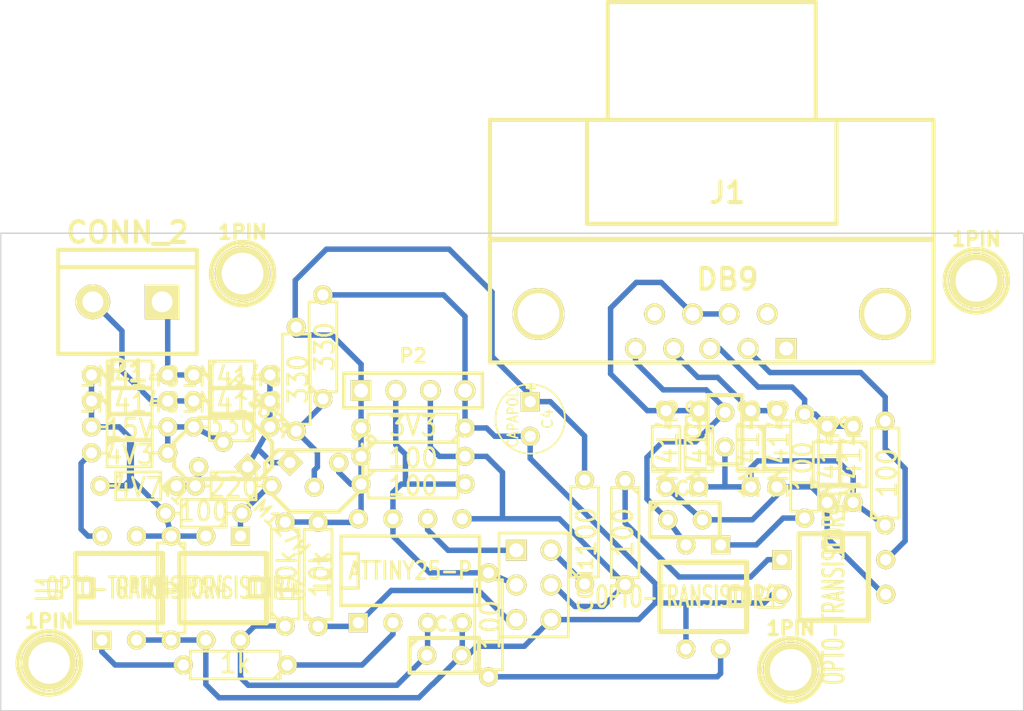
<source format=kicad_pcb>
(kicad_pcb (version 3) (host pcbnew "(2013-jul-07)-stable")

  (general
    (links 87)
    (no_connects 0)
    (area 29.971999 82.435699 104.952801 135.9535)
    (thickness 1.6002)
    (drawings 8)
    (tracks 231)
    (zones 0)
    (modules 49)
    (nets 30)
  )

  (page A4)
  (layers
    (15 Front signal)
    (0 Back signal)
    (16 B.Adhes user)
    (17 F.Adhes user)
    (18 B.Paste user)
    (19 F.Paste user)
    (20 B.SilkS user)
    (21 F.SilkS user)
    (22 B.Mask user)
    (23 F.Mask user)
    (24 Dwgs.User user)
    (25 Cmts.User user)
    (26 Eco1.User user)
    (27 Eco2.User user)
    (28 Edge.Cuts user)
  )

  (setup
    (last_trace_width 0.4)
    (trace_clearance 0.4953)
    (zone_clearance 0.508)
    (zone_45_only no)
    (trace_min 0.3748)
    (segment_width 0.381)
    (edge_width 0.381)
    (via_size 0.889)
    (via_drill 0.635)
    (via_min_size 0.031496)
    (via_min_drill 0.508)
    (uvia_size 0.889)
    (uvia_drill 0.508)
    (uvias_allowed no)
    (uvia_min_size 0.0314)
    (uvia_min_drill 0.127)
    (pcb_text_width 0.3048)
    (pcb_text_size 1.524 2.032)
    (mod_edge_width 0.381)
    (mod_text_size 1.524 1.524)
    (mod_text_width 0.3048)
    (pad_size 1.397 1.397)
    (pad_drill 0.8128)
    (pad_to_mask_clearance 0.254)
    (aux_axis_origin 29.972 100.0252)
    (visible_elements FFFF77BF)
    (pcbplotparams
      (layerselection 268435457)
      (usegerberextensions false)
      (excludeedgelayer false)
      (linewidth 0.150000)
      (plotframeref false)
      (viasonmask false)
      (mode 1)
      (useauxorigin false)
      (hpglpennumber 1)
      (hpglpenspeed 20)
      (hpglpendiameter 24)
      (hpglpenoverlay 23)
      (psnegative false)
      (psa4output false)
      (plotreference true)
      (plotvalue true)
      (plotothertext true)
      (plotinvisibletext false)
      (padsonsilk false)
      (subtractmaskfromsilk false)
      (outputformat 0)
      (mirror false)
      (drillshape 0)
      (scaleselection 4)
      (outputdirectory ""))
  )

  (net 0 "")
  (net 1 GND)
  (net 2 N-000001)
  (net 3 N-0000010)
  (net 4 N-0000011)
  (net 5 N-0000013)
  (net 6 N-0000014)
  (net 7 N-0000015)
  (net 8 N-0000016)
  (net 9 N-0000018)
  (net 10 N-0000019)
  (net 11 N-000002)
  (net 12 N-0000021)
  (net 13 N-0000023)
  (net 14 N-0000024)
  (net 15 N-0000025)
  (net 16 N-0000026)
  (net 17 N-0000027)
  (net 18 N-0000028)
  (net 19 N-0000029)
  (net 20 N-000003)
  (net 21 N-0000030)
  (net 22 N-0000031)
  (net 23 N-0000032)
  (net 24 N-000004)
  (net 25 N-000005)
  (net 26 N-000006)
  (net 27 N-000007)
  (net 28 N-000008)
  (net 29 N-000009)

  (net_class Default "This is the default net class."
    (clearance 0.4953)
    (trace_width 0.4)
    (via_dia 0.889)
    (via_drill 0.635)
    (uvia_dia 0.889)
    (uvia_drill 0.508)
    (add_net "")
    (add_net GND)
    (add_net N-000001)
    (add_net N-0000010)
    (add_net N-0000011)
    (add_net N-0000013)
    (add_net N-0000014)
    (add_net N-0000015)
    (add_net N-0000016)
    (add_net N-0000018)
    (add_net N-0000019)
    (add_net N-000002)
    (add_net N-0000021)
    (add_net N-0000023)
    (add_net N-0000024)
    (add_net N-0000025)
    (add_net N-0000026)
    (add_net N-0000027)
    (add_net N-0000028)
    (add_net N-0000029)
    (add_net N-000003)
    (add_net N-0000030)
    (add_net N-0000031)
    (add_net N-0000032)
    (add_net N-000004)
    (add_net N-000005)
    (add_net N-000006)
    (add_net N-000007)
    (add_net N-000008)
    (add_net N-000009)
  )

  (module DB9MC (layer Front) (tedit 52809BA2) (tstamp 52B1868A)
    (at 81.9658 107.2134)
    (descr "Connecteur DB9 male couche")
    (tags "CONN DB9")
    (path /5279FEF5)
    (fp_text reference J1 (at 1.27 -10.16) (layer F.SilkS)
      (effects (font (size 1.524 1.524) (thickness 0.3048)))
    )
    (fp_text value DB9 (at 1.27 -3.81) (layer F.SilkS)
      (effects (font (size 1.524 1.524) (thickness 0.3048)))
    )
    (fp_line (start -16.129 -6.731) (end 16.283 -6.731) (layer F.SilkS) (width 0.381))
    (fp_line (start -16.129 2.286) (end 16.383 2.286) (layer F.SilkS) (width 0.3048))
    (fp_line (start 16.383 2.286) (end 16.383 -15.494) (layer F.SilkS) (width 0.3048))
    (fp_line (start 16.383 -15.494) (end -16.129 -15.494) (layer F.SilkS) (width 0.3048))
    (fp_line (start -16.129 -15.494) (end -16.129 2.286) (layer F.SilkS) (width 0.3048))
    (fp_line (start -9.017 -15.494) (end -9.017 -7.874) (layer F.SilkS) (width 0.3048))
    (fp_line (start -9.017 -7.874) (end 9.271 -7.874) (layer F.SilkS) (width 0.3048))
    (fp_line (start 9.271 -7.874) (end 9.271 -15.494) (layer F.SilkS) (width 0.3048))
    (fp_line (start -7.493 -15.494) (end -7.493 -24.13) (layer F.SilkS) (width 0.3048))
    (fp_line (start -7.493 -24.13) (end 7.747 -24.13) (layer F.SilkS) (width 0.3048))
    (fp_line (start 7.747 -24.13) (end 7.747 -15.494) (layer F.SilkS) (width 0.3048))
    (pad "" thru_hole circle (at 12.827 -1.27) (size 3.81 3.81) (drill 3.048)
      (layers *.Cu *.Mask F.SilkS)
    )
    (pad "" thru_hole circle (at -12.573 -1.27) (size 3.81 3.81) (drill 3.048)
      (layers *.Cu *.Mask F.SilkS)
    )
    (pad 1 thru_hole rect (at 5.588 1.27) (size 1.524 1.524) (drill 1.016)
      (layers *.Cu *.Mask F.SilkS)
    )
    (pad 2 thru_hole circle (at 2.794 1.27) (size 1.524 1.524) (drill 1.016)
      (layers *.Cu *.Mask F.SilkS)
      (net 22 N-0000031)
    )
    (pad 3 thru_hole circle (at 0 1.27) (size 1.524 1.524) (drill 1.016)
      (layers *.Cu *.Mask F.SilkS)
      (net 9 N-0000018)
    )
    (pad 4 thru_hole circle (at -2.667 1.27) (size 1.524 1.524) (drill 1.016)
      (layers *.Cu *.Mask F.SilkS)
      (net 10 N-0000019)
    )
    (pad 5 thru_hole circle (at -5.461 1.27) (size 1.524 1.524) (drill 1.016)
      (layers *.Cu *.Mask F.SilkS)
      (net 16 N-0000026)
    )
    (pad 9 thru_hole circle (at -4.064 -1.27) (size 1.524 1.524) (drill 1.016)
      (layers *.Cu *.Mask F.SilkS)
    )
    (pad 8 thru_hole circle (at -1.27 -1.27) (size 1.524 1.524) (drill 1.016)
      (layers *.Cu *.Mask F.SilkS)
      (net 12 N-0000021)
    )
    (pad 7 thru_hole circle (at 1.397 -1.27) (size 1.524 1.524) (drill 1.016)
      (layers *.Cu *.Mask F.SilkS)
      (net 12 N-0000021)
    )
    (pad 6 thru_hole circle (at 4.191 -1.27) (size 1.524 1.524) (drill 1.016)
      (layers *.Cu *.Mask F.SilkS)
    )
    (model conn_DBxx/db9_male_pin90deg.wrl
      (at (xyz 0 0 0))
      (scale (xyz 1 1 1))
      (rotate (xyz 0 0 0))
    )
  )

  (module R_055mm (layer Front) (tedit 527C87BF) (tstamp 527A308F)
    (at 46.9138 112.3188)
    (descr "Resitance 0.55mm")
    (tags R)
    (path /52677289)
    (autoplace_cost180 10)
    (fp_text reference D3 (at 0 0.127) (layer F.SilkS) hide
      (effects (font (size 1.397 1.27) (thickness 0.2032)))
    )
    (fp_text value 1N4148 (at 0 0.127) (layer F.SilkS)
      (effects (font (size 1.397 1.27) (thickness 0.2032)))
    )
    (fp_line (start -2.159 0) (end -1.651 0) (layer F.SilkS) (width 0.2032))
    (fp_line (start 2.159 0) (end 1.651 0) (layer F.SilkS) (width 0.2032))
    (fp_line (start 1.651 0) (end 1.651 -1.016) (layer F.SilkS) (width 0.2032))
    (fp_line (start 1.651 -1.016) (end -1.651 -1.016) (layer F.SilkS) (width 0.2032))
    (fp_line (start -1.651 -1.016) (end -1.651 1.016) (layer F.SilkS) (width 0.2032))
    (fp_line (start -1.651 1.016) (end 1.651 1.016) (layer F.SilkS) (width 0.2032))
    (fp_line (start 1.651 1.016) (end 1.651 0) (layer F.SilkS) (width 0.2032))
    (fp_line (start -1.651 -0.508) (end -1.143 -1.016) (layer F.SilkS) (width 0.2032))
    (pad 1 thru_hole circle (at -2.794 0) (size 1.397 1.397) (drill 0.8128)
      (layers *.Cu *.Mask F.SilkS)
      (net 25 N-000005)
    )
    (pad 2 thru_hole circle (at 2.794 0) (size 1.397 1.397) (drill 0.8128)
      (layers *.Cu *.Mask F.SilkS)
      (net 23 N-0000032)
    )
    (model discret/resistor.wrl
      (at (xyz 0 0 0))
      (scale (xyz 0.22 0.3 0.3))
      (rotate (xyz 0 0 0))
    )
  )

  (module DIP-4__300 (layer Front) (tedit 527A45CD) (tstamp 527A30A5)
    (at 45.0088 126.0348 180)
    (descr "4 pins DIL package, round pads")
    (tags DIL)
    (path /527A124F)
    (fp_text reference U2 (at -6.35 0 270) (layer F.SilkS)
      (effects (font (size 1.905 1.016) (thickness 0.2032)))
    )
    (fp_text value OPTO-TRANSISTOR4 (at 0 0 180) (layer F.SilkS)
      (effects (font (size 1.524 0.889) (thickness 0.2032)))
    )
    (fp_line (start 1.905 2.54) (end -4.445 2.54) (layer F.SilkS) (width 0.381))
    (fp_line (start 1.905 -2.54) (end -4.445 -2.54) (layer F.SilkS) (width 0.381))
    (fp_line (start 1.905 -2.54) (end 1.905 2.54) (layer F.SilkS) (width 0.381))
    (fp_line (start -4.445 2.54) (end -4.445 -2.54) (layer F.SilkS) (width 0.381))
    (fp_line (start -4.445 -0.635) (end -3.175 -0.635) (layer F.SilkS) (width 0.381))
    (fp_line (start -3.175 -0.635) (end -3.175 0.635) (layer F.SilkS) (width 0.381))
    (fp_line (start -3.175 0.635) (end -4.445 0.635) (layer F.SilkS) (width 0.381))
    (pad 1 thru_hole rect (at -2.54 3.81 180) (size 1.397 1.397) (drill 0.8128)
      (layers *.Cu *.Mask F.SilkS)
      (net 28 N-000008)
    )
    (pad 2 thru_hole circle (at 0 3.81 180) (size 1.397 1.397) (drill 0.8128)
      (layers *.Cu *.Mask F.SilkS)
      (net 15 N-0000025)
    )
    (pad 3 thru_hole circle (at 0 -3.81 180) (size 1.397 1.397) (drill 0.8128)
      (layers *.Cu *.Mask F.SilkS)
      (net 1 GND)
    )
    (pad 4 thru_hole circle (at -2.54 -3.81 180) (size 1.397 1.397) (drill 0.8128)
      (layers *.Cu *.Mask F.SilkS)
      (net 7 N-0000015)
    )
  )

  (module TO92 (layer Front) (tedit 443CFFD1) (tstamp 527B85D0)
    (at 46.2788 117.1448 315)
    (descr "Transistor TO92 brochage type BC237")
    (tags "TR TO92")
    (path /526772FE)
    (fp_text reference Q1 (at -1.27 3.81 315) (layer F.SilkS)
      (effects (font (size 1.016 1.016) (thickness 0.2032)))
    )
    (fp_text value BC558A (at -1.27 -5.08 315) (layer F.SilkS)
      (effects (font (size 1.016 1.016) (thickness 0.2032)))
    )
    (fp_line (start -1.27 2.54) (end 2.54 -1.27) (layer F.SilkS) (width 0.3048))
    (fp_line (start 2.54 -1.27) (end 2.54 -2.54) (layer F.SilkS) (width 0.3048))
    (fp_line (start 2.54 -2.54) (end 1.27 -3.81) (layer F.SilkS) (width 0.3048))
    (fp_line (start 1.27 -3.81) (end -1.27 -3.81) (layer F.SilkS) (width 0.3048))
    (fp_line (start -1.27 -3.81) (end -3.81 -1.27) (layer F.SilkS) (width 0.3048))
    (fp_line (start -3.81 -1.27) (end -3.81 1.27) (layer F.SilkS) (width 0.3048))
    (fp_line (start -3.81 1.27) (end -2.54 2.54) (layer F.SilkS) (width 0.3048))
    (fp_line (start -2.54 2.54) (end -1.27 2.54) (layer F.SilkS) (width 0.3048))
    (pad 1 thru_hole rect (at 1.27 -1.27 315) (size 1.397 1.397) (drill 0.8128)
      (layers *.Cu *.Mask F.SilkS)
      (net 23 N-0000032)
    )
    (pad 2 thru_hole circle (at -1.27 -1.27 315) (size 1.397 1.397) (drill 0.8128)
      (layers *.Cu *.Mask F.SilkS)
      (net 27 N-000007)
    )
    (pad 3 thru_hole circle (at -1.27 1.27 315) (size 1.397 1.397) (drill 0.8128)
      (layers *.Cu *.Mask F.SilkS)
      (net 29 N-000009)
    )
    (model discret/to98.wrl
      (at (xyz 0 0 0))
      (scale (xyz 1 1 1))
      (rotate (xyz 0 0 0))
    )
  )

  (module R3 (layer Front) (tedit 4E4C0E65) (tstamp 527A306D)
    (at 75.7428 121.9708 270)
    (descr "Resitance 3 pas")
    (tags R)
    (path /527A03F1)
    (autoplace_cost180 10)
    (fp_text reference R10 (at 0 0.127 270) (layer F.SilkS) hide
      (effects (font (size 1.397 1.27) (thickness 0.2032)))
    )
    (fp_text value 100 (at 0 0.127 270) (layer F.SilkS)
      (effects (font (size 1.397 1.27) (thickness 0.2032)))
    )
    (fp_line (start -3.81 0) (end -3.302 0) (layer F.SilkS) (width 0.2032))
    (fp_line (start 3.81 0) (end 3.302 0) (layer F.SilkS) (width 0.2032))
    (fp_line (start 3.302 0) (end 3.302 -1.016) (layer F.SilkS) (width 0.2032))
    (fp_line (start 3.302 -1.016) (end -3.302 -1.016) (layer F.SilkS) (width 0.2032))
    (fp_line (start -3.302 -1.016) (end -3.302 1.016) (layer F.SilkS) (width 0.2032))
    (fp_line (start -3.302 1.016) (end 3.302 1.016) (layer F.SilkS) (width 0.2032))
    (fp_line (start 3.302 1.016) (end 3.302 0) (layer F.SilkS) (width 0.2032))
    (fp_line (start -3.302 -0.508) (end -2.794 -1.016) (layer F.SilkS) (width 0.2032))
    (pad 1 thru_hole circle (at -3.81 0 270) (size 1.397 1.397) (drill 0.8128)
      (layers *.Cu *.Mask F.SilkS)
      (net 21 N-0000030)
    )
    (pad 2 thru_hole circle (at 3.81 0 270) (size 1.397 1.397) (drill 0.8128)
      (layers *.Cu *.Mask F.SilkS)
      (net 19 N-0000029)
    )
    (model discret/resistor.wrl
      (at (xyz 0 0 0))
      (scale (xyz 0.3 0.3 0.3))
      (rotate (xyz 0 0 0))
    )
  )

  (module R3 (layer Front) (tedit 4E4C0E65) (tstamp 527A306F)
    (at 65.7352 128.7272 90)
    (descr "Resitance 3 pas")
    (tags R)
    (path /527A03B1)
    (autoplace_cost180 10)
    (fp_text reference R9 (at 0 0.127 90) (layer F.SilkS) hide
      (effects (font (size 1.397 1.27) (thickness 0.2032)))
    )
    (fp_text value 100 (at 0 0.127 90) (layer F.SilkS)
      (effects (font (size 1.397 1.27) (thickness 0.2032)))
    )
    (fp_line (start -3.81 0) (end -3.302 0) (layer F.SilkS) (width 0.2032))
    (fp_line (start 3.81 0) (end 3.302 0) (layer F.SilkS) (width 0.2032))
    (fp_line (start 3.302 0) (end 3.302 -1.016) (layer F.SilkS) (width 0.2032))
    (fp_line (start 3.302 -1.016) (end -3.302 -1.016) (layer F.SilkS) (width 0.2032))
    (fp_line (start -3.302 -1.016) (end -3.302 1.016) (layer F.SilkS) (width 0.2032))
    (fp_line (start -3.302 1.016) (end 3.302 1.016) (layer F.SilkS) (width 0.2032))
    (fp_line (start 3.302 1.016) (end 3.302 0) (layer F.SilkS) (width 0.2032))
    (fp_line (start -3.302 -0.508) (end -2.794 -1.016) (layer F.SilkS) (width 0.2032))
    (pad 1 thru_hole circle (at -3.81 0 90) (size 1.397 1.397) (drill 0.8128)
      (layers *.Cu *.Mask F.SilkS)
      (net 13 N-0000023)
    )
    (pad 2 thru_hole circle (at 3.81 0 90) (size 1.397 1.397) (drill 0.8128)
      (layers *.Cu *.Mask F.SilkS)
      (net 18 N-0000028)
    )
    (model discret/resistor.wrl
      (at (xyz 0 0 0))
      (scale (xyz 0.3 0.3 0.3))
      (rotate (xyz 0 0 0))
    )
  )

  (module R3 (layer Front) (tedit 4E4C0E65) (tstamp 527A3071)
    (at 53.2384 125.0315 90)
    (descr "Resitance 3 pas")
    (tags R)
    (path /5267BC60)
    (autoplace_cost180 10)
    (fp_text reference R8 (at 0 0.127 90) (layer F.SilkS) hide
      (effects (font (size 1.397 1.27) (thickness 0.2032)))
    )
    (fp_text value 10k (at 0 0.127 90) (layer F.SilkS)
      (effects (font (size 1.397 1.27) (thickness 0.2032)))
    )
    (fp_line (start -3.81 0) (end -3.302 0) (layer F.SilkS) (width 0.2032))
    (fp_line (start 3.81 0) (end 3.302 0) (layer F.SilkS) (width 0.2032))
    (fp_line (start 3.302 0) (end 3.302 -1.016) (layer F.SilkS) (width 0.2032))
    (fp_line (start 3.302 -1.016) (end -3.302 -1.016) (layer F.SilkS) (width 0.2032))
    (fp_line (start -3.302 -1.016) (end -3.302 1.016) (layer F.SilkS) (width 0.2032))
    (fp_line (start -3.302 1.016) (end 3.302 1.016) (layer F.SilkS) (width 0.2032))
    (fp_line (start 3.302 1.016) (end 3.302 0) (layer F.SilkS) (width 0.2032))
    (fp_line (start -3.302 -0.508) (end -2.794 -1.016) (layer F.SilkS) (width 0.2032))
    (pad 1 thru_hole circle (at -3.81 0 90) (size 1.397 1.397) (drill 0.8128)
      (layers *.Cu *.Mask F.SilkS)
      (net 11 N-000002)
    )
    (pad 2 thru_hole circle (at 3.81 0 90) (size 1.397 1.397) (drill 0.8128)
      (layers *.Cu *.Mask F.SilkS)
      (net 3 N-0000010)
    )
    (model discret/resistor.wrl
      (at (xyz 0 0 0))
      (scale (xyz 0.3 0.3 0.3))
      (rotate (xyz 0 0 0))
    )
  )

  (module R3 (layer Front) (tedit 4E4C0E65) (tstamp 527A3073)
    (at 72.771 121.92 90)
    (descr "Resitance 3 pas")
    (tags R)
    (path /5268C4DE)
    (autoplace_cost180 10)
    (fp_text reference R7 (at 0 0.127 90) (layer F.SilkS) hide
      (effects (font (size 1.397 1.27) (thickness 0.2032)))
    )
    (fp_text value 100 (at 0 0.127 90) (layer F.SilkS)
      (effects (font (size 1.397 1.27) (thickness 0.2032)))
    )
    (fp_line (start -3.81 0) (end -3.302 0) (layer F.SilkS) (width 0.2032))
    (fp_line (start 3.81 0) (end 3.302 0) (layer F.SilkS) (width 0.2032))
    (fp_line (start 3.302 0) (end 3.302 -1.016) (layer F.SilkS) (width 0.2032))
    (fp_line (start 3.302 -1.016) (end -3.302 -1.016) (layer F.SilkS) (width 0.2032))
    (fp_line (start -3.302 -1.016) (end -3.302 1.016) (layer F.SilkS) (width 0.2032))
    (fp_line (start -3.302 1.016) (end 3.302 1.016) (layer F.SilkS) (width 0.2032))
    (fp_line (start 3.302 1.016) (end 3.302 0) (layer F.SilkS) (width 0.2032))
    (fp_line (start -3.302 -0.508) (end -2.794 -1.016) (layer F.SilkS) (width 0.2032))
    (pad 1 thru_hole circle (at -3.81 0 90) (size 1.397 1.397) (drill 0.8128)
      (layers *.Cu *.Mask F.SilkS)
      (net 2 N-000001)
    )
    (pad 2 thru_hole circle (at 3.81 0 90) (size 1.397 1.397) (drill 0.8128)
      (layers *.Cu *.Mask F.SilkS)
      (net 3 N-0000010)
    )
    (model discret/resistor.wrl
      (at (xyz 0 0 0))
      (scale (xyz 0.3 0.3 0.3))
      (rotate (xyz 0 0 0))
    )
  )

  (module R3 (layer Front) (tedit 4E4C0E65) (tstamp 52B18B88)
    (at 47.1678 131.6736 180)
    (descr "Resitance 3 pas")
    (tags R)
    (path /5268C26F)
    (autoplace_cost180 10)
    (fp_text reference R6 (at 0 0.127 180) (layer F.SilkS) hide
      (effects (font (size 1.397 1.27) (thickness 0.2032)))
    )
    (fp_text value 1k (at 0 0.127 180) (layer F.SilkS)
      (effects (font (size 1.397 1.27) (thickness 0.2032)))
    )
    (fp_line (start -3.81 0) (end -3.302 0) (layer F.SilkS) (width 0.2032))
    (fp_line (start 3.81 0) (end 3.302 0) (layer F.SilkS) (width 0.2032))
    (fp_line (start 3.302 0) (end 3.302 -1.016) (layer F.SilkS) (width 0.2032))
    (fp_line (start 3.302 -1.016) (end -3.302 -1.016) (layer F.SilkS) (width 0.2032))
    (fp_line (start -3.302 -1.016) (end -3.302 1.016) (layer F.SilkS) (width 0.2032))
    (fp_line (start -3.302 1.016) (end 3.302 1.016) (layer F.SilkS) (width 0.2032))
    (fp_line (start 3.302 1.016) (end 3.302 0) (layer F.SilkS) (width 0.2032))
    (fp_line (start -3.302 -0.508) (end -2.794 -1.016) (layer F.SilkS) (width 0.2032))
    (pad 1 thru_hole circle (at -3.81 0 180) (size 1.397 1.397) (drill 0.8128)
      (layers *.Cu *.Mask F.SilkS)
      (net 6 N-0000014)
    )
    (pad 2 thru_hole circle (at 3.81 0 180) (size 1.397 1.397) (drill 0.8128)
      (layers *.Cu *.Mask F.SilkS)
      (net 24 N-000004)
    )
    (model discret/resistor.wrl
      (at (xyz 0 0 0))
      (scale (xyz 0.3 0.3 0.3))
      (rotate (xyz 0 0 0))
    )
  )

  (module R3 (layer Front) (tedit 4E4C0E65) (tstamp 527CC9DF)
    (at 53.594 108.3564 90)
    (descr "Resitance 3 pas")
    (tags R)
    (path /52946A90)
    (autoplace_cost180 10)
    (fp_text reference R5 (at 0 0.127 90) (layer F.SilkS) hide
      (effects (font (size 1.397 1.27) (thickness 0.2032)))
    )
    (fp_text value 330 (at 0 0.127 90) (layer F.SilkS)
      (effects (font (size 1.397 1.27) (thickness 0.2032)))
    )
    (fp_line (start -3.81 0) (end -3.302 0) (layer F.SilkS) (width 0.2032))
    (fp_line (start 3.81 0) (end 3.302 0) (layer F.SilkS) (width 0.2032))
    (fp_line (start 3.302 0) (end 3.302 -1.016) (layer F.SilkS) (width 0.2032))
    (fp_line (start 3.302 -1.016) (end -3.302 -1.016) (layer F.SilkS) (width 0.2032))
    (fp_line (start -3.302 -1.016) (end -3.302 1.016) (layer F.SilkS) (width 0.2032))
    (fp_line (start -3.302 1.016) (end 3.302 1.016) (layer F.SilkS) (width 0.2032))
    (fp_line (start 3.302 1.016) (end 3.302 0) (layer F.SilkS) (width 0.2032))
    (fp_line (start -3.302 -0.508) (end -2.794 -1.016) (layer F.SilkS) (width 0.2032))
    (pad 1 thru_hole circle (at -3.81 0 90) (size 1.397 1.397) (drill 0.8128)
      (layers *.Cu *.Mask F.SilkS)
      (net 4 N-0000011)
    )
    (pad 2 thru_hole circle (at 3.81 0 90) (size 1.397 1.397) (drill 0.8128)
      (layers *.Cu *.Mask F.SilkS)
      (net 1 GND)
    )
    (model discret/resistor.wrl
      (at (xyz 0 0 0))
      (scale (xyz 0.3 0.3 0.3))
      (rotate (xyz 0 0 0))
    )
  )

  (module R3 (layer Front) (tedit 4E4C0E65) (tstamp 527A3079)
    (at 42.4688 126.0348 270)
    (descr "Resitance 3 pas")
    (tags R)
    (path /52677E36)
    (autoplace_cost180 10)
    (fp_text reference R4 (at 0 0.127 270) (layer F.SilkS) hide
      (effects (font (size 1.397 1.27) (thickness 0.2032)))
    )
    (fp_text value 0 (at 0 0.127 270) (layer F.SilkS)
      (effects (font (size 1.397 1.27) (thickness 0.2032)))
    )
    (fp_line (start -3.81 0) (end -3.302 0) (layer F.SilkS) (width 0.2032))
    (fp_line (start 3.81 0) (end 3.302 0) (layer F.SilkS) (width 0.2032))
    (fp_line (start 3.302 0) (end 3.302 -1.016) (layer F.SilkS) (width 0.2032))
    (fp_line (start 3.302 -1.016) (end -3.302 -1.016) (layer F.SilkS) (width 0.2032))
    (fp_line (start -3.302 -1.016) (end -3.302 1.016) (layer F.SilkS) (width 0.2032))
    (fp_line (start -3.302 1.016) (end 3.302 1.016) (layer F.SilkS) (width 0.2032))
    (fp_line (start 3.302 1.016) (end 3.302 0) (layer F.SilkS) (width 0.2032))
    (fp_line (start -3.302 -0.508) (end -2.794 -1.016) (layer F.SilkS) (width 0.2032))
    (pad 1 thru_hole circle (at -3.81 0 270) (size 1.397 1.397) (drill 0.8128)
      (layers *.Cu *.Mask F.SilkS)
      (net 15 N-0000025)
    )
    (pad 2 thru_hole circle (at 3.81 0 270) (size 1.397 1.397) (drill 0.8128)
      (layers *.Cu *.Mask F.SilkS)
      (net 1 GND)
    )
    (model discret/resistor.wrl
      (at (xyz 0 0 0))
      (scale (xyz 0.3 0.3 0.3))
      (rotate (xyz 0 0 0))
    )
  )

  (module R3 (layer Front) (tedit 4E4C0E65) (tstamp 527A3081)
    (at 88.9 117.094 270)
    (descr "Resitance 3 pas")
    (tags R)
    (path /527A0017)
    (autoplace_cost180 10)
    (fp_text reference R11 (at 0 0.127 270) (layer F.SilkS) hide
      (effects (font (size 1.397 1.27) (thickness 0.2032)))
    )
    (fp_text value 100 (at 0 0.127 270) (layer F.SilkS)
      (effects (font (size 1.397 1.27) (thickness 0.2032)))
    )
    (fp_line (start -3.81 0) (end -3.302 0) (layer F.SilkS) (width 0.2032))
    (fp_line (start 3.81 0) (end 3.302 0) (layer F.SilkS) (width 0.2032))
    (fp_line (start 3.302 0) (end 3.302 -1.016) (layer F.SilkS) (width 0.2032))
    (fp_line (start 3.302 -1.016) (end -3.302 -1.016) (layer F.SilkS) (width 0.2032))
    (fp_line (start -3.302 -1.016) (end -3.302 1.016) (layer F.SilkS) (width 0.2032))
    (fp_line (start -3.302 1.016) (end 3.302 1.016) (layer F.SilkS) (width 0.2032))
    (fp_line (start 3.302 1.016) (end 3.302 0) (layer F.SilkS) (width 0.2032))
    (fp_line (start -3.302 -0.508) (end -2.794 -1.016) (layer F.SilkS) (width 0.2032))
    (pad 1 thru_hole circle (at -3.81 0 270) (size 1.397 1.397) (drill 0.8128)
      (layers *.Cu *.Mask F.SilkS)
      (net 9 N-0000018)
    )
    (pad 2 thru_hole circle (at 3.81 0 270) (size 1.397 1.397) (drill 0.8128)
      (layers *.Cu *.Mask F.SilkS)
      (net 14 N-0000024)
    )
    (model discret/resistor.wrl
      (at (xyz 0 0 0))
      (scale (xyz 0.3 0.3 0.3))
      (rotate (xyz 0 0 0))
    )
  )

  (module R3 (layer Front) (tedit 4E4C0E65) (tstamp 5281F838)
    (at 60.198 114.3 180)
    (descr "Resitance 3 pas")
    (tags R)
    (path /52677E21)
    (autoplace_cost180 10)
    (fp_text reference D14 (at 0 0.127 180) (layer F.SilkS) hide
      (effects (font (size 1.397 1.27) (thickness 0.2032)))
    )
    (fp_text value 3V3 (at 0 0.127 180) (layer F.SilkS)
      (effects (font (size 1.397 1.27) (thickness 0.2032)))
    )
    (fp_line (start -3.81 0) (end -3.302 0) (layer F.SilkS) (width 0.2032))
    (fp_line (start 3.81 0) (end 3.302 0) (layer F.SilkS) (width 0.2032))
    (fp_line (start 3.302 0) (end 3.302 -1.016) (layer F.SilkS) (width 0.2032))
    (fp_line (start 3.302 -1.016) (end -3.302 -1.016) (layer F.SilkS) (width 0.2032))
    (fp_line (start -3.302 -1.016) (end -3.302 1.016) (layer F.SilkS) (width 0.2032))
    (fp_line (start -3.302 1.016) (end 3.302 1.016) (layer F.SilkS) (width 0.2032))
    (fp_line (start 3.302 1.016) (end 3.302 0) (layer F.SilkS) (width 0.2032))
    (fp_line (start -3.302 -0.508) (end -2.794 -1.016) (layer F.SilkS) (width 0.2032))
    (pad 1 thru_hole circle (at -3.81 0 180) (size 1.397 1.397) (drill 0.8128)
      (layers *.Cu *.Mask F.SilkS)
      (net 1 GND)
    )
    (pad 2 thru_hole circle (at 3.81 0 180) (size 1.397 1.397) (drill 0.8128)
      (layers *.Cu *.Mask F.SilkS)
      (net 3 N-0000010)
    )
    (model discret/resistor.wrl
      (at (xyz 0 0 0))
      (scale (xyz 0.3 0.3 0.3))
      (rotate (xyz 0 0 0))
    )
  )

  (module R3 (layer Front) (tedit 4E4C0E65) (tstamp 527A3089)
    (at 94.8055 117.602 90)
    (descr "Resitance 3 pas")
    (tags R)
    (path /527A025E)
    (autoplace_cost180 10)
    (fp_text reference R12 (at 0 0.127 90) (layer F.SilkS) hide
      (effects (font (size 1.397 1.27) (thickness 0.2032)))
    )
    (fp_text value 100 (at 0 0.127 90) (layer F.SilkS)
      (effects (font (size 1.397 1.27) (thickness 0.2032)))
    )
    (fp_line (start -3.81 0) (end -3.302 0) (layer F.SilkS) (width 0.2032))
    (fp_line (start 3.81 0) (end 3.302 0) (layer F.SilkS) (width 0.2032))
    (fp_line (start 3.302 0) (end 3.302 -1.016) (layer F.SilkS) (width 0.2032))
    (fp_line (start 3.302 -1.016) (end -3.302 -1.016) (layer F.SilkS) (width 0.2032))
    (fp_line (start -3.302 -1.016) (end -3.302 1.016) (layer F.SilkS) (width 0.2032))
    (fp_line (start -3.302 1.016) (end 3.302 1.016) (layer F.SilkS) (width 0.2032))
    (fp_line (start 3.302 1.016) (end 3.302 0) (layer F.SilkS) (width 0.2032))
    (fp_line (start -3.302 -0.508) (end -2.794 -1.016) (layer F.SilkS) (width 0.2032))
    (pad 1 thru_hole circle (at -3.81 0 90) (size 1.397 1.397) (drill 0.8128)
      (layers *.Cu *.Mask F.SilkS)
      (net 17 N-0000027)
    )
    (pad 2 thru_hole circle (at 3.81 0 90) (size 1.397 1.397) (drill 0.8128)
      (layers *.Cu *.Mask F.SilkS)
      (net 22 N-0000031)
    )
    (model discret/resistor.wrl
      (at (xyz 0 0 0))
      (scale (xyz 0.3 0.3 0.3))
      (rotate (xyz 0 0 0))
    )
  )

  (module PIN_ARRAY_4x1 (layer Front) (tedit 4C10F42E) (tstamp 527A309E)
    (at 60.198 111.5568)
    (descr "Double rangee de contacts 2 x 5 pins")
    (tags CONN)
    (path /526F7CEA)
    (fp_text reference P2 (at 0 -2.54) (layer F.SilkS)
      (effects (font (size 1.016 1.016) (thickness 0.2032)))
    )
    (fp_text value CONN_4 (at 0 2.54) (layer F.SilkS) hide
      (effects (font (size 1.016 1.016) (thickness 0.2032)))
    )
    (fp_line (start 5.08 1.27) (end -5.08 1.27) (layer F.SilkS) (width 0.254))
    (fp_line (start 5.08 -1.27) (end -5.08 -1.27) (layer F.SilkS) (width 0.254))
    (fp_line (start -5.08 -1.27) (end -5.08 1.27) (layer F.SilkS) (width 0.254))
    (fp_line (start 5.08 1.27) (end 5.08 -1.27) (layer F.SilkS) (width 0.254))
    (pad 1 thru_hole rect (at -3.81 0) (size 1.524 1.524) (drill 1.016)
      (layers *.Cu *.Mask F.SilkS)
      (net 3 N-0000010)
    )
    (pad 2 thru_hole circle (at -1.27 0) (size 1.524 1.524) (drill 1.016)
      (layers *.Cu *.Mask F.SilkS)
      (net 18 N-0000028)
    )
    (pad 3 thru_hole circle (at 1.27 0) (size 1.524 1.524) (drill 1.016)
      (layers *.Cu *.Mask F.SilkS)
      (net 19 N-0000029)
    )
    (pad 4 thru_hole circle (at 3.81 0) (size 1.524 1.524) (drill 1.016)
      (layers *.Cu *.Mask F.SilkS)
      (net 1 GND)
    )
    (model pin_array\pins_array_4x1.wrl
      (at (xyz 0 0 0))
      (scale (xyz 1 1 1))
      (rotate (xyz 0 0 0))
    )
  )

  (module DIP-8__300 (layer Front) (tedit 43A7F843) (tstamp 527A30A0)
    (at 59.9948 124.7648)
    (descr "8 pins DIL package, round pads")
    (tags DIL)
    (path /526775E6)
    (fp_text reference IC1 (at -6.35 0 90) (layer F.SilkS)
      (effects (font (size 1.27 1.143) (thickness 0.2032)))
    )
    (fp_text value ATTINY25-P (at 0 0) (layer F.SilkS)
      (effects (font (size 1.27 1.016) (thickness 0.2032)))
    )
    (fp_line (start -5.08 -1.27) (end -3.81 -1.27) (layer F.SilkS) (width 0.254))
    (fp_line (start -3.81 -1.27) (end -3.81 1.27) (layer F.SilkS) (width 0.254))
    (fp_line (start -3.81 1.27) (end -5.08 1.27) (layer F.SilkS) (width 0.254))
    (fp_line (start -5.08 -2.54) (end 5.08 -2.54) (layer F.SilkS) (width 0.254))
    (fp_line (start 5.08 -2.54) (end 5.08 2.54) (layer F.SilkS) (width 0.254))
    (fp_line (start 5.08 2.54) (end -5.08 2.54) (layer F.SilkS) (width 0.254))
    (fp_line (start -5.08 2.54) (end -5.08 -2.54) (layer F.SilkS) (width 0.254))
    (pad 1 thru_hole rect (at -3.81 3.81) (size 1.397 1.397) (drill 0.8128)
      (layers *.Cu *.Mask F.SilkS)
      (net 11 N-000002)
    )
    (pad 2 thru_hole circle (at -1.27 3.81) (size 1.397 1.397) (drill 0.8128)
      (layers *.Cu *.Mask F.SilkS)
      (net 6 N-0000014)
    )
    (pad 3 thru_hole circle (at 1.27 3.81) (size 1.397 1.397) (drill 0.8128)
      (layers *.Cu *.Mask F.SilkS)
      (net 7 N-0000015)
    )
    (pad 4 thru_hole circle (at 3.81 3.81) (size 1.397 1.397) (drill 0.8128)
      (layers *.Cu *.Mask F.SilkS)
      (net 1 GND)
    )
    (pad 5 thru_hole circle (at 3.81 -3.81) (size 1.397 1.397) (drill 0.8128)
      (layers *.Cu *.Mask F.SilkS)
      (net 19 N-0000029)
    )
    (pad 6 thru_hole circle (at 1.27 -3.81) (size 1.397 1.397) (drill 0.8128)
      (layers *.Cu *.Mask F.SilkS)
      (net 20 N-000003)
    )
    (pad 7 thru_hole circle (at -1.27 -3.81) (size 1.397 1.397) (drill 0.8128)
      (layers *.Cu *.Mask F.SilkS)
      (net 18 N-0000028)
    )
    (pad 8 thru_hole circle (at -3.81 -3.81) (size 1.397 1.397) (drill 0.8128)
      (layers *.Cu *.Mask F.SilkS)
      (net 3 N-0000010)
    )
    (model dil/dil_8.wrl
      (at (xyz 0 0 0))
      (scale (xyz 1 1 1))
      (rotate (xyz 0 0 0))
    )
  )

  (module C1V5 (layer Front) (tedit 3E070CF4) (tstamp 5281F84A)
    (at 68.7832 113.6396 270)
    (descr "Condensateur e = 1 pas")
    (tags C)
    (path /5267BCD8)
    (fp_text reference C4 (at 0 -1.26746 270) (layer F.SilkS)
      (effects (font (size 0.762 0.762) (thickness 0.127)))
    )
    (fp_text value CAPAPOL (at 0 1.27 270) (layer F.SilkS)
      (effects (font (size 0.762 0.635) (thickness 0.127)))
    )
    (fp_text user + (at -2.286 0 270) (layer F.SilkS)
      (effects (font (size 0.762 0.762) (thickness 0.1905)))
    )
    (fp_circle (center 0 0) (end 0.127 -2.54) (layer F.SilkS) (width 0.127))
    (pad 1 thru_hole rect (at -1.27 0 270) (size 1.397 1.397) (drill 0.8128)
      (layers *.Cu *.Mask F.SilkS)
      (net 3 N-0000010)
    )
    (pad 2 thru_hole circle (at 1.27 0 270) (size 1.397 1.397) (drill 0.8128)
      (layers *.Cu *.Mask F.SilkS)
      (net 1 GND)
    )
    (model discret/c_vert_c1v5.wrl
      (at (xyz 0 0 0))
      (scale (xyz 1 1 1))
      (rotate (xyz 0 0 0))
    )
  )

  (module C1 (layer Front) (tedit 3F92C496) (tstamp 527A30A9)
    (at 80.137 121.031)
    (descr "Condensateur e = 1 pas")
    (tags C)
    (path /527A02A3)
    (fp_text reference C3 (at 0.254 -2.286) (layer F.SilkS)
      (effects (font (size 1.016 1.016) (thickness 0.2032)))
    )
    (fp_text value 100nF (at 0 -2.286) (layer F.SilkS) hide
      (effects (font (size 1.016 1.016) (thickness 0.2032)))
    )
    (fp_line (start -2.4892 -1.27) (end 2.54 -1.27) (layer F.SilkS) (width 0.3048))
    (fp_line (start 2.54 -1.27) (end 2.54 1.27) (layer F.SilkS) (width 0.3048))
    (fp_line (start 2.54 1.27) (end -2.54 1.27) (layer F.SilkS) (width 0.3048))
    (fp_line (start -2.54 1.27) (end -2.54 -1.27) (layer F.SilkS) (width 0.3048))
    (fp_line (start -2.54 -0.635) (end -1.905 -1.27) (layer F.SilkS) (width 0.3048))
    (pad 1 thru_hole circle (at -1.27 0) (size 1.397 1.397) (drill 0.8128)
      (layers *.Cu *.Mask F.SilkS)
      (net 16 N-0000026)
    )
    (pad 2 thru_hole circle (at 1.27 0) (size 1.397 1.397) (drill 0.8128)
      (layers *.Cu *.Mask F.SilkS)
      (net 5 N-0000013)
    )
    (model discret/capa_1_pas.wrl
      (at (xyz 0 0 0))
      (scale (xyz 1 1 1))
      (rotate (xyz 0 0 0))
    )
  )

  (module C1 (layer Front) (tedit 3F92C496) (tstamp 527A30AB)
    (at 83.058 114.427 90)
    (descr "Condensateur e = 1 pas")
    (tags C)
    (path /527A02AF)
    (fp_text reference C2 (at 0.254 -2.286 90) (layer F.SilkS)
      (effects (font (size 1.016 1.016) (thickness 0.2032)))
    )
    (fp_text value 100nF (at 0 -2.286 90) (layer F.SilkS) hide
      (effects (font (size 1.016 1.016) (thickness 0.2032)))
    )
    (fp_line (start -2.4892 -1.27) (end 2.54 -1.27) (layer F.SilkS) (width 0.3048))
    (fp_line (start 2.54 -1.27) (end 2.54 1.27) (layer F.SilkS) (width 0.3048))
    (fp_line (start 2.54 1.27) (end -2.54 1.27) (layer F.SilkS) (width 0.3048))
    (fp_line (start -2.54 1.27) (end -2.54 -1.27) (layer F.SilkS) (width 0.3048))
    (fp_line (start -2.54 -0.635) (end -1.905 -1.27) (layer F.SilkS) (width 0.3048))
    (pad 1 thru_hole circle (at -1.27 0 90) (size 1.397 1.397) (drill 0.8128)
      (layers *.Cu *.Mask F.SilkS)
      (net 17 N-0000027)
    )
    (pad 2 thru_hole circle (at 1.27 0 90) (size 1.397 1.397) (drill 0.8128)
      (layers *.Cu *.Mask F.SilkS)
      (net 16 N-0000026)
    )
    (model discret/capa_1_pas.wrl
      (at (xyz 0 0 0))
      (scale (xyz 1 1 1))
      (rotate (xyz 0 0 0))
    )
  )

  (module C1 (layer Front) (tedit 3F92C496) (tstamp 527A30AD)
    (at 62.484 130.9624)
    (descr "Condensateur e = 1 pas")
    (tags C)
    (path /526E66FA)
    (fp_text reference C1 (at 0.254 -2.286) (layer F.SilkS)
      (effects (font (size 1.016 1.016) (thickness 0.2032)))
    )
    (fp_text value 1nF (at 0 -2.286) (layer F.SilkS) hide
      (effects (font (size 1.016 1.016) (thickness 0.2032)))
    )
    (fp_line (start -2.4892 -1.27) (end 2.54 -1.27) (layer F.SilkS) (width 0.3048))
    (fp_line (start 2.54 -1.27) (end 2.54 1.27) (layer F.SilkS) (width 0.3048))
    (fp_line (start 2.54 1.27) (end -2.54 1.27) (layer F.SilkS) (width 0.3048))
    (fp_line (start -2.54 1.27) (end -2.54 -1.27) (layer F.SilkS) (width 0.3048))
    (fp_line (start -2.54 -0.635) (end -1.905 -1.27) (layer F.SilkS) (width 0.3048))
    (pad 1 thru_hole circle (at -1.27 0) (size 1.397 1.397) (drill 0.8128)
      (layers *.Cu *.Mask F.SilkS)
      (net 7 N-0000015)
    )
    (pad 2 thru_hole circle (at 1.27 0) (size 1.397 1.397) (drill 0.8128)
      (layers *.Cu *.Mask F.SilkS)
      (net 1 GND)
    )
    (model discret/capa_1_pas.wrl
      (at (xyz 0 0 0))
      (scale (xyz 1 1 1))
      (rotate (xyz 0 0 0))
    )
  )

  (module bornier2 (layer Front) (tedit 3EC0ED69) (tstamp 5281EE51)
    (at 39.2684 105.0544 180)
    (descr "Bornier d'alimentation 2 pins")
    (tags DEV)
    (path /526F7CB8)
    (fp_text reference P1 (at 0 -5.08 180) (layer F.SilkS)
      (effects (font (size 1.524 1.524) (thickness 0.3048)))
    )
    (fp_text value CONN_2 (at 0 5.08 180) (layer F.SilkS)
      (effects (font (size 1.524 1.524) (thickness 0.3048)))
    )
    (fp_line (start 5.08 2.54) (end -5.08 2.54) (layer F.SilkS) (width 0.3048))
    (fp_line (start 5.08 3.81) (end 5.08 -3.81) (layer F.SilkS) (width 0.3048))
    (fp_line (start 5.08 -3.81) (end -5.08 -3.81) (layer F.SilkS) (width 0.3048))
    (fp_line (start -5.08 -3.81) (end -5.08 3.81) (layer F.SilkS) (width 0.3048))
    (fp_line (start -5.08 3.81) (end 5.08 3.81) (layer F.SilkS) (width 0.3048))
    (pad 1 thru_hole rect (at -2.54 0 180) (size 2.54 2.54) (drill 1.524)
      (layers *.Cu *.Mask F.SilkS)
      (net 26 N-000006)
    )
    (pad 2 thru_hole circle (at 2.54 0 180) (size 2.54 2.54) (drill 1.524)
      (layers *.Cu *.Mask F.SilkS)
      (net 25 N-000005)
    )
    (model device/bornier_2.wrl
      (at (xyz 0 0 0))
      (scale (xyz 1 1 1))
      (rotate (xyz 0 0 0))
    )
  )

  (module pin_array_3x2 (layer Front) (tedit 42931587) (tstamp 527A45BB)
    (at 69.0372 125.8062 270)
    (descr "Double rangee de contacts 2 x 4 pins")
    (tags CONN)
    (path /5267861F)
    (fp_text reference CON1 (at 0 -3.81 270) (layer F.SilkS)
      (effects (font (size 1.016 1.016) (thickness 0.2032)))
    )
    (fp_text value AVR-ISP-6 (at 0 3.81 270) (layer F.SilkS) hide
      (effects (font (size 1.016 1.016) (thickness 0.2032)))
    )
    (fp_line (start 3.81 2.54) (end -3.81 2.54) (layer F.SilkS) (width 0.2032))
    (fp_line (start -3.81 -2.54) (end 3.81 -2.54) (layer F.SilkS) (width 0.2032))
    (fp_line (start 3.81 -2.54) (end 3.81 2.54) (layer F.SilkS) (width 0.2032))
    (fp_line (start -3.81 2.54) (end -3.81 -2.54) (layer F.SilkS) (width 0.2032))
    (pad 1 thru_hole rect (at -2.54 1.27 270) (size 1.524 1.524) (drill 1.016)
      (layers *.Cu *.Mask F.SilkS)
      (net 20 N-000003)
    )
    (pad 2 thru_hole circle (at -2.54 -1.27 270) (size 1.524 1.524) (drill 1.016)
      (layers *.Cu *.Mask F.SilkS)
      (net 2 N-000001)
    )
    (pad 3 thru_hole circle (at 0 1.27 270) (size 1.524 1.524) (drill 1.016)
      (layers *.Cu *.Mask F.SilkS)
      (net 18 N-0000028)
    )
    (pad 4 thru_hole circle (at 0 -1.27 270) (size 1.524 1.524) (drill 1.016)
      (layers *.Cu *.Mask F.SilkS)
      (net 19 N-0000029)
    )
    (pad 5 thru_hole circle (at 2.54 1.27 270) (size 1.524 1.524) (drill 1.016)
      (layers *.Cu *.Mask F.SilkS)
      (net 11 N-000002)
    )
    (pad 6 thru_hole circle (at 2.54 -1.27 270) (size 1.524 1.524) (drill 1.016)
      (layers *.Cu *.Mask F.SilkS)
      (net 1 GND)
    )
    (model pin_array/pins_array_3x2.wrl
      (at (xyz 0 0 0))
      (scale (xyz 1 1 1))
      (rotate (xyz 0 0 0))
    )
  )

  (module DIP-4__300 (layer Front) (tedit 527A45CD) (tstamp 527A465C)
    (at 39.9288 126.0348)
    (descr "4 pins DIL package, round pads")
    (tags DIL)
    (path /527A1203)
    (fp_text reference U1 (at -6.35 0 90) (layer F.SilkS)
      (effects (font (size 1.905 1.016) (thickness 0.2032)))
    )
    (fp_text value OPTO-TRANSISTOR4 (at 0 0) (layer F.SilkS)
      (effects (font (size 1.524 0.889) (thickness 0.2032)))
    )
    (fp_line (start 1.905 2.54) (end -4.445 2.54) (layer F.SilkS) (width 0.381))
    (fp_line (start 1.905 -2.54) (end -4.445 -2.54) (layer F.SilkS) (width 0.381))
    (fp_line (start 1.905 -2.54) (end 1.905 2.54) (layer F.SilkS) (width 0.381))
    (fp_line (start -4.445 2.54) (end -4.445 -2.54) (layer F.SilkS) (width 0.381))
    (fp_line (start -4.445 -0.635) (end -3.175 -0.635) (layer F.SilkS) (width 0.381))
    (fp_line (start -3.175 -0.635) (end -3.175 0.635) (layer F.SilkS) (width 0.381))
    (fp_line (start -3.175 0.635) (end -4.445 0.635) (layer F.SilkS) (width 0.381))
    (pad 1 thru_hole rect (at -2.54 3.81) (size 1.397 1.397) (drill 0.8128)
      (layers *.Cu *.Mask F.SilkS)
      (net 24 N-000004)
    )
    (pad 2 thru_hole circle (at 0 3.81) (size 1.397 1.397) (drill 0.8128)
      (layers *.Cu *.Mask F.SilkS)
      (net 1 GND)
    )
    (pad 3 thru_hole circle (at 0 -3.81) (size 1.397 1.397) (drill 0.8128)
      (layers *.Cu *.Mask F.SilkS)
      (net 15 N-0000025)
    )
    (pad 4 thru_hole circle (at -2.54 -3.81) (size 1.397 1.397) (drill 0.8128)
      (layers *.Cu *.Mask F.SilkS)
      (net 8 N-0000016)
    )
  )

  (module DIP-4__300 (layer Front) (tedit 527A45CD) (tstamp 527A4689)
    (at 80.2005 126.6825 180)
    (descr "4 pins DIL package, round pads")
    (tags DIL)
    (path /527A11DD)
    (fp_text reference U3 (at -6.35 0 270) (layer F.SilkS)
      (effects (font (size 1.905 1.016) (thickness 0.2032)))
    )
    (fp_text value OPTO-TRANSISTOR4 (at 0 0 180) (layer F.SilkS)
      (effects (font (size 1.524 0.889) (thickness 0.2032)))
    )
    (fp_line (start 1.905 2.54) (end -4.445 2.54) (layer F.SilkS) (width 0.381))
    (fp_line (start 1.905 -2.54) (end -4.445 -2.54) (layer F.SilkS) (width 0.381))
    (fp_line (start 1.905 -2.54) (end 1.905 2.54) (layer F.SilkS) (width 0.381))
    (fp_line (start -4.445 2.54) (end -4.445 -2.54) (layer F.SilkS) (width 0.381))
    (fp_line (start -4.445 -0.635) (end -3.175 -0.635) (layer F.SilkS) (width 0.381))
    (fp_line (start -3.175 -0.635) (end -3.175 0.635) (layer F.SilkS) (width 0.381))
    (fp_line (start -3.175 0.635) (end -4.445 0.635) (layer F.SilkS) (width 0.381))
    (pad 1 thru_hole rect (at -2.54 3.81 180) (size 1.397 1.397) (drill 0.8128)
      (layers *.Cu *.Mask F.SilkS)
      (net 14 N-0000024)
    )
    (pad 2 thru_hole circle (at 0 3.81 180) (size 1.397 1.397) (drill 0.8128)
      (layers *.Cu *.Mask F.SilkS)
      (net 16 N-0000026)
    )
    (pad 3 thru_hole circle (at 0 -3.81 180) (size 1.397 1.397) (drill 0.8128)
      (layers *.Cu *.Mask F.SilkS)
      (net 1 GND)
    )
    (pad 4 thru_hole circle (at -2.54 -3.81 180) (size 1.397 1.397) (drill 0.8128)
      (layers *.Cu *.Mask F.SilkS)
      (net 13 N-0000023)
    )
  )

  (module DIP-4__300 (layer Front) (tedit 527A45CD) (tstamp 527A4698)
    (at 91.0336 126.492 270)
    (descr "4 pins DIL package, round pads")
    (tags DIL)
    (path /527A114E)
    (fp_text reference U4 (at -6.35 0 360) (layer F.SilkS)
      (effects (font (size 1.905 1.016) (thickness 0.2032)))
    )
    (fp_text value OPTO-TRANSISTOR4 (at 0 0 270) (layer F.SilkS)
      (effects (font (size 1.524 0.889) (thickness 0.2032)))
    )
    (fp_line (start 1.905 2.54) (end -4.445 2.54) (layer F.SilkS) (width 0.381))
    (fp_line (start 1.905 -2.54) (end -4.445 -2.54) (layer F.SilkS) (width 0.381))
    (fp_line (start 1.905 -2.54) (end 1.905 2.54) (layer F.SilkS) (width 0.381))
    (fp_line (start -4.445 2.54) (end -4.445 -2.54) (layer F.SilkS) (width 0.381))
    (fp_line (start -4.445 -0.635) (end -3.175 -0.635) (layer F.SilkS) (width 0.381))
    (fp_line (start -3.175 -0.635) (end -3.175 0.635) (layer F.SilkS) (width 0.381))
    (fp_line (start -3.175 0.635) (end -4.445 0.635) (layer F.SilkS) (width 0.381))
    (pad 1 thru_hole rect (at -2.54 3.81 270) (size 1.397 1.397) (drill 0.8128)
      (layers *.Cu *.Mask F.SilkS)
      (net 21 N-0000030)
    )
    (pad 2 thru_hole circle (at 0 3.81 270) (size 1.397 1.397) (drill 0.8128)
      (layers *.Cu *.Mask F.SilkS)
      (net 1 GND)
    )
    (pad 3 thru_hole circle (at 0 -3.81 270) (size 1.397 1.397) (drill 0.8128)
      (layers *.Cu *.Mask F.SilkS)
      (net 5 N-0000013)
    )
    (pad 4 thru_hole circle (at -2.54 -3.81 270) (size 1.397 1.397) (drill 0.8128)
      (layers *.Cu *.Mask F.SilkS)
      (net 22 N-0000031)
    )
  )

  (module R_055mm (layer Front) (tedit 527C87BF) (tstamp 527A30B7)
    (at 78.74 115.824 90)
    (descr "Resitance 0.55mm")
    (tags R)
    (path /527A0101)
    (autoplace_cost180 10)
    (fp_text reference D13 (at 0 0.127 90) (layer F.SilkS) hide
      (effects (font (size 1.397 1.27) (thickness 0.2032)))
    )
    (fp_text value 1N4148 (at 0 0.127 90) (layer F.SilkS)
      (effects (font (size 1.397 1.27) (thickness 0.2032)))
    )
    (fp_line (start -2.159 0) (end -1.651 0) (layer F.SilkS) (width 0.2032))
    (fp_line (start 2.159 0) (end 1.651 0) (layer F.SilkS) (width 0.2032))
    (fp_line (start 1.651 0) (end 1.651 -1.016) (layer F.SilkS) (width 0.2032))
    (fp_line (start 1.651 -1.016) (end -1.651 -1.016) (layer F.SilkS) (width 0.2032))
    (fp_line (start -1.651 -1.016) (end -1.651 1.016) (layer F.SilkS) (width 0.2032))
    (fp_line (start -1.651 1.016) (end 1.651 1.016) (layer F.SilkS) (width 0.2032))
    (fp_line (start 1.651 1.016) (end 1.651 0) (layer F.SilkS) (width 0.2032))
    (fp_line (start -1.651 -0.508) (end -1.143 -1.016) (layer F.SilkS) (width 0.2032))
    (pad 1 thru_hole circle (at -2.794 0 90) (size 1.397 1.397) (drill 0.8128)
      (layers *.Cu *.Mask F.SilkS)
      (net 5 N-0000013)
    )
    (pad 2 thru_hole circle (at 2.794 0 90) (size 1.397 1.397) (drill 0.8128)
      (layers *.Cu *.Mask F.SilkS)
      (net 12 N-0000021)
    )
    (model discret/resistor.wrl
      (at (xyz 0 0 0))
      (scale (xyz 0.22 0.3 0.3))
      (rotate (xyz 0 0 0))
    )
  )

  (module R_055mm (layer Front) (tedit 527C87BF) (tstamp 527A3085)
    (at 81.153 115.824 270)
    (descr "Resitance 0.55mm")
    (tags R)
    (path /527A00D2)
    (autoplace_cost180 10)
    (fp_text reference D12 (at 0 0.127 270) (layer F.SilkS) hide
      (effects (font (size 1.397 1.27) (thickness 0.2032)))
    )
    (fp_text value 1N4148 (at 0 0.127 270) (layer F.SilkS)
      (effects (font (size 1.397 1.27) (thickness 0.2032)))
    )
    (fp_line (start -2.159 0) (end -1.651 0) (layer F.SilkS) (width 0.2032))
    (fp_line (start 2.159 0) (end 1.651 0) (layer F.SilkS) (width 0.2032))
    (fp_line (start 1.651 0) (end 1.651 -1.016) (layer F.SilkS) (width 0.2032))
    (fp_line (start 1.651 -1.016) (end -1.651 -1.016) (layer F.SilkS) (width 0.2032))
    (fp_line (start -1.651 -1.016) (end -1.651 1.016) (layer F.SilkS) (width 0.2032))
    (fp_line (start -1.651 1.016) (end 1.651 1.016) (layer F.SilkS) (width 0.2032))
    (fp_line (start 1.651 1.016) (end 1.651 0) (layer F.SilkS) (width 0.2032))
    (fp_line (start -1.651 -0.508) (end -1.143 -1.016) (layer F.SilkS) (width 0.2032))
    (pad 1 thru_hole circle (at -2.794 0 270) (size 1.397 1.397) (drill 0.8128)
      (layers *.Cu *.Mask F.SilkS)
      (net 12 N-0000021)
    )
    (pad 2 thru_hole circle (at 2.794 0 270) (size 1.397 1.397) (drill 0.8128)
      (layers *.Cu *.Mask F.SilkS)
      (net 17 N-0000027)
    )
    (model discret/resistor.wrl
      (at (xyz 0 0 0))
      (scale (xyz 0.22 0.3 0.3))
      (rotate (xyz 0 0 0))
    )
  )

  (module R_055mm (layer Front) (tedit 527C87BF) (tstamp 527A3087)
    (at 90.551 116.967 90)
    (descr "Resitance 0.55mm")
    (tags R)
    (path /527A0100)
    (autoplace_cost180 10)
    (fp_text reference D11 (at 0 0.127 90) (layer F.SilkS) hide
      (effects (font (size 1.397 1.27) (thickness 0.2032)))
    )
    (fp_text value 1N4148 (at 0 0.127 90) (layer F.SilkS)
      (effects (font (size 1.397 1.27) (thickness 0.2032)))
    )
    (fp_line (start -2.159 0) (end -1.651 0) (layer F.SilkS) (width 0.2032))
    (fp_line (start 2.159 0) (end 1.651 0) (layer F.SilkS) (width 0.2032))
    (fp_line (start 1.651 0) (end 1.651 -1.016) (layer F.SilkS) (width 0.2032))
    (fp_line (start 1.651 -1.016) (end -1.651 -1.016) (layer F.SilkS) (width 0.2032))
    (fp_line (start -1.651 -1.016) (end -1.651 1.016) (layer F.SilkS) (width 0.2032))
    (fp_line (start -1.651 1.016) (end 1.651 1.016) (layer F.SilkS) (width 0.2032))
    (fp_line (start 1.651 1.016) (end 1.651 0) (layer F.SilkS) (width 0.2032))
    (fp_line (start -1.651 -0.508) (end -1.143 -1.016) (layer F.SilkS) (width 0.2032))
    (pad 1 thru_hole circle (at -2.794 0 90) (size 1.397 1.397) (drill 0.8128)
      (layers *.Cu *.Mask F.SilkS)
      (net 5 N-0000013)
    )
    (pad 2 thru_hole circle (at 2.794 0 90) (size 1.397 1.397) (drill 0.8128)
      (layers *.Cu *.Mask F.SilkS)
      (net 9 N-0000018)
    )
    (model discret/resistor.wrl
      (at (xyz 0 0 0))
      (scale (xyz 0.22 0.3 0.3))
      (rotate (xyz 0 0 0))
    )
  )

  (module R_055mm (layer Front) (tedit 527C87BF) (tstamp 527A308B)
    (at 46.9138 110.4138)
    (descr "Resitance 0.55mm")
    (tags R)
    (path /52678422)
    (autoplace_cost180 10)
    (fp_text reference D1 (at 0 0.127) (layer F.SilkS) hide
      (effects (font (size 1.397 1.27) (thickness 0.2032)))
    )
    (fp_text value 1N4148 (at 0 0.127) (layer F.SilkS)
      (effects (font (size 1.397 1.27) (thickness 0.2032)))
    )
    (fp_line (start -2.159 0) (end -1.651 0) (layer F.SilkS) (width 0.2032))
    (fp_line (start 2.159 0) (end 1.651 0) (layer F.SilkS) (width 0.2032))
    (fp_line (start 1.651 0) (end 1.651 -1.016) (layer F.SilkS) (width 0.2032))
    (fp_line (start 1.651 -1.016) (end -1.651 -1.016) (layer F.SilkS) (width 0.2032))
    (fp_line (start -1.651 -1.016) (end -1.651 1.016) (layer F.SilkS) (width 0.2032))
    (fp_line (start -1.651 1.016) (end 1.651 1.016) (layer F.SilkS) (width 0.2032))
    (fp_line (start 1.651 1.016) (end 1.651 0) (layer F.SilkS) (width 0.2032))
    (fp_line (start -1.651 -0.508) (end -1.143 -1.016) (layer F.SilkS) (width 0.2032))
    (pad 1 thru_hole circle (at -2.794 0) (size 1.397 1.397) (drill 0.8128)
      (layers *.Cu *.Mask F.SilkS)
      (net 26 N-000006)
    )
    (pad 2 thru_hole circle (at 2.794 0) (size 1.397 1.397) (drill 0.8128)
      (layers *.Cu *.Mask F.SilkS)
      (net 23 N-0000032)
    )
    (model discret/resistor.wrl
      (at (xyz 0 0 0))
      (scale (xyz 0.22 0.3 0.3))
      (rotate (xyz 0 0 0))
    )
  )

  (module R_055mm (layer Front) (tedit 527C87BF) (tstamp 527A308D)
    (at 39.4208 112.3188)
    (descr "Resitance 0.55mm")
    (tags R)
    (path /5267842B)
    (autoplace_cost180 10)
    (fp_text reference D2 (at 0 0.127) (layer F.SilkS) hide
      (effects (font (size 1.397 1.27) (thickness 0.2032)))
    )
    (fp_text value 1N4148 (at 0 0.127) (layer F.SilkS)
      (effects (font (size 1.397 1.27) (thickness 0.2032)))
    )
    (fp_line (start -2.159 0) (end -1.651 0) (layer F.SilkS) (width 0.2032))
    (fp_line (start 2.159 0) (end 1.651 0) (layer F.SilkS) (width 0.2032))
    (fp_line (start 1.651 0) (end 1.651 -1.016) (layer F.SilkS) (width 0.2032))
    (fp_line (start 1.651 -1.016) (end -1.651 -1.016) (layer F.SilkS) (width 0.2032))
    (fp_line (start -1.651 -1.016) (end -1.651 1.016) (layer F.SilkS) (width 0.2032))
    (fp_line (start -1.651 1.016) (end 1.651 1.016) (layer F.SilkS) (width 0.2032))
    (fp_line (start 1.651 1.016) (end 1.651 0) (layer F.SilkS) (width 0.2032))
    (fp_line (start -1.651 -0.508) (end -1.143 -1.016) (layer F.SilkS) (width 0.2032))
    (pad 1 thru_hole circle (at -2.794 0) (size 1.397 1.397) (drill 0.8128)
      (layers *.Cu *.Mask F.SilkS)
      (net 15 N-0000025)
    )
    (pad 2 thru_hole circle (at 2.794 0) (size 1.397 1.397) (drill 0.8128)
      (layers *.Cu *.Mask F.SilkS)
      (net 25 N-000005)
    )
    (model discret/resistor.wrl
      (at (xyz 0 0 0))
      (scale (xyz 0.22 0.3 0.3))
      (rotate (xyz 0 0 0))
    )
  )

  (module R_055mm (layer Front) (tedit 527C87BF) (tstamp 527A3091)
    (at 39.4208 110.4138)
    (descr "Resitance 0.55mm")
    (tags R)
    (path /52678429)
    (autoplace_cost180 10)
    (fp_text reference D4 (at 0 0.127) (layer F.SilkS) hide
      (effects (font (size 1.397 1.27) (thickness 0.2032)))
    )
    (fp_text value 1N4148 (at 0 0.127) (layer F.SilkS)
      (effects (font (size 1.397 1.27) (thickness 0.2032)))
    )
    (fp_line (start -2.159 0) (end -1.651 0) (layer F.SilkS) (width 0.2032))
    (fp_line (start 2.159 0) (end 1.651 0) (layer F.SilkS) (width 0.2032))
    (fp_line (start 1.651 0) (end 1.651 -1.016) (layer F.SilkS) (width 0.2032))
    (fp_line (start 1.651 -1.016) (end -1.651 -1.016) (layer F.SilkS) (width 0.2032))
    (fp_line (start -1.651 -1.016) (end -1.651 1.016) (layer F.SilkS) (width 0.2032))
    (fp_line (start -1.651 1.016) (end 1.651 1.016) (layer F.SilkS) (width 0.2032))
    (fp_line (start 1.651 1.016) (end 1.651 0) (layer F.SilkS) (width 0.2032))
    (fp_line (start -1.651 -0.508) (end -1.143 -1.016) (layer F.SilkS) (width 0.2032))
    (pad 1 thru_hole circle (at -2.794 0) (size 1.397 1.397) (drill 0.8128)
      (layers *.Cu *.Mask F.SilkS)
      (net 15 N-0000025)
    )
    (pad 2 thru_hole circle (at 2.794 0) (size 1.397 1.397) (drill 0.8128)
      (layers *.Cu *.Mask F.SilkS)
      (net 26 N-000006)
    )
    (model discret/resistor.wrl
      (at (xyz 0 0 0))
      (scale (xyz 0.22 0.3 0.3))
      (rotate (xyz 0 0 0))
    )
  )

  (module R_055mm (layer Front) (tedit 527C87BF) (tstamp 527A3099)
    (at 84.963 115.824 270)
    (descr "Resitance 0.55mm")
    (tags R)
    (path /527A00EE)
    (autoplace_cost180 10)
    (fp_text reference D8 (at 0 0.127 270) (layer F.SilkS) hide
      (effects (font (size 1.397 1.27) (thickness 0.2032)))
    )
    (fp_text value 1N4148 (at 0 0.127 270) (layer F.SilkS)
      (effects (font (size 1.397 1.27) (thickness 0.2032)))
    )
    (fp_line (start -2.159 0) (end -1.651 0) (layer F.SilkS) (width 0.2032))
    (fp_line (start 2.159 0) (end 1.651 0) (layer F.SilkS) (width 0.2032))
    (fp_line (start 1.651 0) (end 1.651 -1.016) (layer F.SilkS) (width 0.2032))
    (fp_line (start 1.651 -1.016) (end -1.651 -1.016) (layer F.SilkS) (width 0.2032))
    (fp_line (start -1.651 -1.016) (end -1.651 1.016) (layer F.SilkS) (width 0.2032))
    (fp_line (start -1.651 1.016) (end 1.651 1.016) (layer F.SilkS) (width 0.2032))
    (fp_line (start 1.651 1.016) (end 1.651 0) (layer F.SilkS) (width 0.2032))
    (fp_line (start -1.651 -0.508) (end -1.143 -1.016) (layer F.SilkS) (width 0.2032))
    (pad 1 thru_hole circle (at -2.794 0 270) (size 1.397 1.397) (drill 0.8128)
      (layers *.Cu *.Mask F.SilkS)
      (net 10 N-0000019)
    )
    (pad 2 thru_hole circle (at 2.794 0 270) (size 1.397 1.397) (drill 0.8128)
      (layers *.Cu *.Mask F.SilkS)
      (net 17 N-0000027)
    )
    (model discret/resistor.wrl
      (at (xyz 0 0 0))
      (scale (xyz 0.22 0.3 0.3))
      (rotate (xyz 0 0 0))
    )
  )

  (module R_055mm (layer Front) (tedit 527C87BF) (tstamp 527A309B)
    (at 86.868 115.824 90)
    (descr "Resitance 0.55mm")
    (tags R)
    (path /527A00FF)
    (autoplace_cost180 10)
    (fp_text reference D9 (at 0 0.127 90) (layer F.SilkS) hide
      (effects (font (size 1.397 1.27) (thickness 0.2032)))
    )
    (fp_text value 1N4148 (at 0 0.127 90) (layer F.SilkS)
      (effects (font (size 1.397 1.27) (thickness 0.2032)))
    )
    (fp_line (start -2.159 0) (end -1.651 0) (layer F.SilkS) (width 0.2032))
    (fp_line (start 2.159 0) (end 1.651 0) (layer F.SilkS) (width 0.2032))
    (fp_line (start 1.651 0) (end 1.651 -1.016) (layer F.SilkS) (width 0.2032))
    (fp_line (start 1.651 -1.016) (end -1.651 -1.016) (layer F.SilkS) (width 0.2032))
    (fp_line (start -1.651 -1.016) (end -1.651 1.016) (layer F.SilkS) (width 0.2032))
    (fp_line (start -1.651 1.016) (end 1.651 1.016) (layer F.SilkS) (width 0.2032))
    (fp_line (start 1.651 1.016) (end 1.651 0) (layer F.SilkS) (width 0.2032))
    (fp_line (start -1.651 -0.508) (end -1.143 -1.016) (layer F.SilkS) (width 0.2032))
    (pad 1 thru_hole circle (at -2.794 0 90) (size 1.397 1.397) (drill 0.8128)
      (layers *.Cu *.Mask F.SilkS)
      (net 5 N-0000013)
    )
    (pad 2 thru_hole circle (at 2.794 0 90) (size 1.397 1.397) (drill 0.8128)
      (layers *.Cu *.Mask F.SilkS)
      (net 10 N-0000019)
    )
    (model discret/resistor.wrl
      (at (xyz 0 0 0))
      (scale (xyz 0.22 0.3 0.3))
      (rotate (xyz 0 0 0))
    )
  )

  (module R_055mm (layer Front) (tedit 527C87BF) (tstamp 527A309D)
    (at 92.456 116.967 270)
    (descr "Resitance 0.55mm")
    (tags R)
    (path /527A00DB)
    (autoplace_cost180 10)
    (fp_text reference D10 (at 0 0.127 270) (layer F.SilkS) hide
      (effects (font (size 1.397 1.27) (thickness 0.2032)))
    )
    (fp_text value 1N4148 (at 0 0.127 270) (layer F.SilkS)
      (effects (font (size 1.397 1.27) (thickness 0.2032)))
    )
    (fp_line (start -2.159 0) (end -1.651 0) (layer F.SilkS) (width 0.2032))
    (fp_line (start 2.159 0) (end 1.651 0) (layer F.SilkS) (width 0.2032))
    (fp_line (start 1.651 0) (end 1.651 -1.016) (layer F.SilkS) (width 0.2032))
    (fp_line (start 1.651 -1.016) (end -1.651 -1.016) (layer F.SilkS) (width 0.2032))
    (fp_line (start -1.651 -1.016) (end -1.651 1.016) (layer F.SilkS) (width 0.2032))
    (fp_line (start -1.651 1.016) (end 1.651 1.016) (layer F.SilkS) (width 0.2032))
    (fp_line (start 1.651 1.016) (end 1.651 0) (layer F.SilkS) (width 0.2032))
    (fp_line (start -1.651 -0.508) (end -1.143 -1.016) (layer F.SilkS) (width 0.2032))
    (pad 1 thru_hole circle (at -2.794 0 270) (size 1.397 1.397) (drill 0.8128)
      (layers *.Cu *.Mask F.SilkS)
      (net 9 N-0000018)
    )
    (pad 2 thru_hole circle (at 2.794 0 270) (size 1.397 1.397) (drill 0.8128)
      (layers *.Cu *.Mask F.SilkS)
      (net 17 N-0000027)
    )
    (model discret/resistor.wrl
      (at (xyz 0 0 0))
      (scale (xyz 0.22 0.3 0.3))
      (rotate (xyz 0 0 0))
    )
  )

  (module R_055mm (layer Front) (tedit 527C87BF) (tstamp 527A3093)
    (at 40.0558 118.5418)
    (descr "Resitance 0.55mm")
    (tags R)
    (path /5267733C)
    (autoplace_cost180 10)
    (fp_text reference D5 (at 0 0.127) (layer F.SilkS) hide
      (effects (font (size 1.397 1.27) (thickness 0.2032)))
    )
    (fp_text value 4V7 (at 0 0.127) (layer F.SilkS)
      (effects (font (size 1.397 1.27) (thickness 0.2032)))
    )
    (fp_line (start -2.159 0) (end -1.651 0) (layer F.SilkS) (width 0.2032))
    (fp_line (start 2.159 0) (end 1.651 0) (layer F.SilkS) (width 0.2032))
    (fp_line (start 1.651 0) (end 1.651 -1.016) (layer F.SilkS) (width 0.2032))
    (fp_line (start 1.651 -1.016) (end -1.651 -1.016) (layer F.SilkS) (width 0.2032))
    (fp_line (start -1.651 -1.016) (end -1.651 1.016) (layer F.SilkS) (width 0.2032))
    (fp_line (start -1.651 1.016) (end 1.651 1.016) (layer F.SilkS) (width 0.2032))
    (fp_line (start 1.651 1.016) (end 1.651 0) (layer F.SilkS) (width 0.2032))
    (fp_line (start -1.651 -0.508) (end -1.143 -1.016) (layer F.SilkS) (width 0.2032))
    (pad 1 thru_hole circle (at -2.794 0) (size 1.397 1.397) (drill 0.8128)
      (layers *.Cu *.Mask F.SilkS)
      (net 15 N-0000025)
    )
    (pad 2 thru_hole circle (at 2.794 0) (size 1.397 1.397) (drill 0.8128)
      (layers *.Cu *.Mask F.SilkS)
      (net 29 N-000009)
    )
    (model discret/resistor.wrl
      (at (xyz 0 0 0))
      (scale (xyz 0.22 0.3 0.3))
      (rotate (xyz 0 0 0))
    )
  )

  (module R_055mm (layer Front) (tedit 527C87BF) (tstamp 527A3095)
    (at 39.4208 114.2238)
    (descr "Resitance 0.55mm")
    (tags R)
    (path /52677330)
    (autoplace_cost180 10)
    (fp_text reference D6 (at 0 0.127) (layer F.SilkS) hide
      (effects (font (size 1.397 1.27) (thickness 0.2032)))
    )
    (fp_text value 15V (at 0 0.127) (layer F.SilkS)
      (effects (font (size 1.397 1.27) (thickness 0.2032)))
    )
    (fp_line (start -2.159 0) (end -1.651 0) (layer F.SilkS) (width 0.2032))
    (fp_line (start 2.159 0) (end 1.651 0) (layer F.SilkS) (width 0.2032))
    (fp_line (start 1.651 0) (end 1.651 -1.016) (layer F.SilkS) (width 0.2032))
    (fp_line (start 1.651 -1.016) (end -1.651 -1.016) (layer F.SilkS) (width 0.2032))
    (fp_line (start -1.651 -1.016) (end -1.651 1.016) (layer F.SilkS) (width 0.2032))
    (fp_line (start -1.651 1.016) (end 1.651 1.016) (layer F.SilkS) (width 0.2032))
    (fp_line (start 1.651 1.016) (end 1.651 0) (layer F.SilkS) (width 0.2032))
    (fp_line (start -1.651 -0.508) (end -1.143 -1.016) (layer F.SilkS) (width 0.2032))
    (pad 1 thru_hole circle (at -2.794 0) (size 1.397 1.397) (drill 0.8128)
      (layers *.Cu *.Mask F.SilkS)
      (net 15 N-0000025)
    )
    (pad 2 thru_hole circle (at 2.794 0) (size 1.397 1.397) (drill 0.8128)
      (layers *.Cu *.Mask F.SilkS)
      (net 27 N-000007)
    )
    (model discret/resistor.wrl
      (at (xyz 0 0 0))
      (scale (xyz 0.22 0.3 0.3))
      (rotate (xyz 0 0 0))
    )
  )

  (module R_055mm (layer Front) (tedit 527C87BF) (tstamp 527A3097)
    (at 39.4208 116.1288)
    (descr "Resitance 0.55mm")
    (tags R)
    (path /5267733A)
    (autoplace_cost180 10)
    (fp_text reference D7 (at 0 0.127) (layer F.SilkS) hide
      (effects (font (size 1.397 1.27) (thickness 0.2032)))
    )
    (fp_text value 4V3 (at 0 0.127) (layer F.SilkS)
      (effects (font (size 1.397 1.27) (thickness 0.2032)))
    )
    (fp_line (start -2.159 0) (end -1.651 0) (layer F.SilkS) (width 0.2032))
    (fp_line (start 2.159 0) (end 1.651 0) (layer F.SilkS) (width 0.2032))
    (fp_line (start 1.651 0) (end 1.651 -1.016) (layer F.SilkS) (width 0.2032))
    (fp_line (start 1.651 -1.016) (end -1.651 -1.016) (layer F.SilkS) (width 0.2032))
    (fp_line (start -1.651 -1.016) (end -1.651 1.016) (layer F.SilkS) (width 0.2032))
    (fp_line (start -1.651 1.016) (end 1.651 1.016) (layer F.SilkS) (width 0.2032))
    (fp_line (start 1.651 1.016) (end 1.651 0) (layer F.SilkS) (width 0.2032))
    (fp_line (start -1.651 -0.508) (end -1.143 -1.016) (layer F.SilkS) (width 0.2032))
    (pad 1 thru_hole circle (at -2.794 0) (size 1.397 1.397) (drill 0.8128)
      (layers *.Cu *.Mask F.SilkS)
      (net 8 N-0000016)
    )
    (pad 2 thru_hole circle (at 2.794 0) (size 1.397 1.397) (drill 0.8128)
      (layers *.Cu *.Mask F.SilkS)
      (net 27 N-000007)
    )
    (model discret/resistor.wrl
      (at (xyz 0 0 0))
      (scale (xyz 0.22 0.3 0.3))
      (rotate (xyz 0 0 0))
    )
  )

  (module R_055mm (layer Front) (tedit 527C87BF) (tstamp 527CC9D0)
    (at 46.9138 114.2238 180)
    (descr "Resitance 0.55mm")
    (tags R)
    (path /5267730C)
    (autoplace_cost180 10)
    (fp_text reference R3 (at 0 0.127 180) (layer F.SilkS) hide
      (effects (font (size 1.397 1.27) (thickness 0.2032)))
    )
    (fp_text value 330 (at 0 0.127 180) (layer F.SilkS)
      (effects (font (size 1.397 1.27) (thickness 0.2032)))
    )
    (fp_line (start -2.159 0) (end -1.651 0) (layer F.SilkS) (width 0.2032))
    (fp_line (start 2.159 0) (end 1.651 0) (layer F.SilkS) (width 0.2032))
    (fp_line (start 1.651 0) (end 1.651 -1.016) (layer F.SilkS) (width 0.2032))
    (fp_line (start 1.651 -1.016) (end -1.651 -1.016) (layer F.SilkS) (width 0.2032))
    (fp_line (start -1.651 -1.016) (end -1.651 1.016) (layer F.SilkS) (width 0.2032))
    (fp_line (start -1.651 1.016) (end 1.651 1.016) (layer F.SilkS) (width 0.2032))
    (fp_line (start 1.651 1.016) (end 1.651 0) (layer F.SilkS) (width 0.2032))
    (fp_line (start -1.651 -0.508) (end -1.143 -1.016) (layer F.SilkS) (width 0.2032))
    (pad 1 thru_hole circle (at -2.794 0 180) (size 1.397 1.397) (drill 0.8128)
      (layers *.Cu *.Mask F.SilkS)
      (net 23 N-0000032)
    )
    (pad 2 thru_hole circle (at 2.794 0 180) (size 1.397 1.397) (drill 0.8128)
      (layers *.Cu *.Mask F.SilkS)
      (net 27 N-000007)
    )
    (model discret/resistor.wrl
      (at (xyz 0 0 0))
      (scale (xyz 0.22 0.3 0.3))
      (rotate (xyz 0 0 0))
    )
  )

  (module R_055mm (layer Front) (tedit 527C87BF) (tstamp 527A307D)
    (at 44.8564 120.5484 180)
    (descr "Resitance 0.55mm")
    (tags R)
    (path /52677314)
    (autoplace_cost180 10)
    (fp_text reference R2 (at 0 0.127 180) (layer F.SilkS) hide
      (effects (font (size 1.397 1.27) (thickness 0.2032)))
    )
    (fp_text value 100 (at 0 0.127 180) (layer F.SilkS)
      (effects (font (size 1.397 1.27) (thickness 0.2032)))
    )
    (fp_line (start -2.159 0) (end -1.651 0) (layer F.SilkS) (width 0.2032))
    (fp_line (start 2.159 0) (end 1.651 0) (layer F.SilkS) (width 0.2032))
    (fp_line (start 1.651 0) (end 1.651 -1.016) (layer F.SilkS) (width 0.2032))
    (fp_line (start 1.651 -1.016) (end -1.651 -1.016) (layer F.SilkS) (width 0.2032))
    (fp_line (start -1.651 -1.016) (end -1.651 1.016) (layer F.SilkS) (width 0.2032))
    (fp_line (start -1.651 1.016) (end 1.651 1.016) (layer F.SilkS) (width 0.2032))
    (fp_line (start 1.651 1.016) (end 1.651 0) (layer F.SilkS) (width 0.2032))
    (fp_line (start -1.651 -0.508) (end -1.143 -1.016) (layer F.SilkS) (width 0.2032))
    (pad 1 thru_hole circle (at -2.794 0 180) (size 1.397 1.397) (drill 0.8128)
      (layers *.Cu *.Mask F.SilkS)
      (net 28 N-000008)
    )
    (pad 2 thru_hole circle (at 2.794 0 180) (size 1.397 1.397) (drill 0.8128)
      (layers *.Cu *.Mask F.SilkS)
      (net 15 N-0000025)
    )
    (model discret/resistor.wrl
      (at (xyz 0 0 0))
      (scale (xyz 0.22 0.3 0.3))
      (rotate (xyz 0 0 0))
    )
  )

  (module R_055mm (layer Front) (tedit 527C87BF) (tstamp 527A307F)
    (at 47.0408 118.5418)
    (descr "Resitance 0.55mm")
    (tags R)
    (path /52677310)
    (autoplace_cost180 10)
    (fp_text reference R1 (at 0 0.127) (layer F.SilkS) hide
      (effects (font (size 1.397 1.27) (thickness 0.2032)))
    )
    (fp_text value 220 (at 0 0.127) (layer F.SilkS)
      (effects (font (size 1.397 1.27) (thickness 0.2032)))
    )
    (fp_line (start -2.159 0) (end -1.651 0) (layer F.SilkS) (width 0.2032))
    (fp_line (start 2.159 0) (end 1.651 0) (layer F.SilkS) (width 0.2032))
    (fp_line (start 1.651 0) (end 1.651 -1.016) (layer F.SilkS) (width 0.2032))
    (fp_line (start 1.651 -1.016) (end -1.651 -1.016) (layer F.SilkS) (width 0.2032))
    (fp_line (start -1.651 -1.016) (end -1.651 1.016) (layer F.SilkS) (width 0.2032))
    (fp_line (start -1.651 1.016) (end 1.651 1.016) (layer F.SilkS) (width 0.2032))
    (fp_line (start 1.651 1.016) (end 1.651 0) (layer F.SilkS) (width 0.2032))
    (fp_line (start -1.651 -0.508) (end -1.143 -1.016) (layer F.SilkS) (width 0.2032))
    (pad 1 thru_hole circle (at -2.794 0) (size 1.397 1.397) (drill 0.8128)
      (layers *.Cu *.Mask F.SilkS)
      (net 29 N-000009)
    )
    (pad 2 thru_hole circle (at 2.794 0) (size 1.397 1.397) (drill 0.8128)
      (layers *.Cu *.Mask F.SilkS)
      (net 28 N-000008)
    )
    (model discret/resistor.wrl
      (at (xyz 0 0 0))
      (scale (xyz 0.22 0.3 0.3))
      (rotate (xyz 0 0 0))
    )
  )

  (module R3 (layer Front) (tedit 4E4C0E65) (tstamp 5281F81A)
    (at 60.198 118.4148)
    (descr "Resitance 3 pas")
    (tags R)
    (path /5281DF87)
    (autoplace_cost180 10)
    (fp_text reference R13 (at 0 0.127) (layer F.SilkS) hide
      (effects (font (size 1.397 1.27) (thickness 0.2032)))
    )
    (fp_text value 100 (at 0 0.127) (layer F.SilkS)
      (effects (font (size 1.397 1.27) (thickness 0.2032)))
    )
    (fp_line (start -3.81 0) (end -3.302 0) (layer F.SilkS) (width 0.2032))
    (fp_line (start 3.81 0) (end 3.302 0) (layer F.SilkS) (width 0.2032))
    (fp_line (start 3.302 0) (end 3.302 -1.016) (layer F.SilkS) (width 0.2032))
    (fp_line (start 3.302 -1.016) (end -3.302 -1.016) (layer F.SilkS) (width 0.2032))
    (fp_line (start -3.302 -1.016) (end -3.302 1.016) (layer F.SilkS) (width 0.2032))
    (fp_line (start -3.302 1.016) (end 3.302 1.016) (layer F.SilkS) (width 0.2032))
    (fp_line (start 3.302 1.016) (end 3.302 0) (layer F.SilkS) (width 0.2032))
    (fp_line (start -3.302 -0.508) (end -2.794 -1.016) (layer F.SilkS) (width 0.2032))
    (pad 1 thru_hole circle (at -3.81 0) (size 1.397 1.397) (drill 0.8128)
      (layers *.Cu *.Mask F.SilkS)
      (net 3 N-0000010)
    )
    (pad 2 thru_hole circle (at 3.81 0) (size 1.397 1.397) (drill 0.8128)
      (layers *.Cu *.Mask F.SilkS)
      (net 18 N-0000028)
    )
    (model discret/resistor.wrl
      (at (xyz 0 0 0))
      (scale (xyz 0.3 0.3 0.3))
      (rotate (xyz 0 0 0))
    )
  )

  (module R3 (layer Front) (tedit 4E4C0E65) (tstamp 5281F829)
    (at 60.198 116.3828)
    (descr "Resitance 3 pas")
    (tags R)
    (path /5281E0EF)
    (autoplace_cost180 10)
    (fp_text reference R14 (at 0 0.127) (layer F.SilkS) hide
      (effects (font (size 1.397 1.27) (thickness 0.2032)))
    )
    (fp_text value 100 (at 0 0.127) (layer F.SilkS)
      (effects (font (size 1.397 1.27) (thickness 0.2032)))
    )
    (fp_line (start -3.81 0) (end -3.302 0) (layer F.SilkS) (width 0.2032))
    (fp_line (start 3.81 0) (end 3.302 0) (layer F.SilkS) (width 0.2032))
    (fp_line (start 3.302 0) (end 3.302 -1.016) (layer F.SilkS) (width 0.2032))
    (fp_line (start 3.302 -1.016) (end -3.302 -1.016) (layer F.SilkS) (width 0.2032))
    (fp_line (start -3.302 -1.016) (end -3.302 1.016) (layer F.SilkS) (width 0.2032))
    (fp_line (start -3.302 1.016) (end 3.302 1.016) (layer F.SilkS) (width 0.2032))
    (fp_line (start 3.302 1.016) (end 3.302 0) (layer F.SilkS) (width 0.2032))
    (fp_line (start -3.302 -0.508) (end -2.794 -1.016) (layer F.SilkS) (width 0.2032))
    (pad 1 thru_hole circle (at -3.81 0) (size 1.397 1.397) (drill 0.8128)
      (layers *.Cu *.Mask F.SilkS)
      (net 3 N-0000010)
    )
    (pad 2 thru_hole circle (at 3.81 0) (size 1.397 1.397) (drill 0.8128)
      (layers *.Cu *.Mask F.SilkS)
      (net 19 N-0000029)
    )
    (model discret/resistor.wrl
      (at (xyz 0 0 0))
      (scale (xyz 0.3 0.3 0.3))
      (rotate (xyz 0 0 0))
    )
  )

  (module R3 (layer Front) (tedit 4E4C0E65) (tstamp 529469FC)
    (at 51.6382 110.7186 90)
    (descr "Resitance 3 pas")
    (tags R)
    (path /52946AA0)
    (autoplace_cost180 10)
    (fp_text reference R15 (at 0 0.127 90) (layer F.SilkS) hide
      (effects (font (size 1.397 1.27) (thickness 0.2032)))
    )
    (fp_text value 330 (at 0 0.127 90) (layer F.SilkS)
      (effects (font (size 1.397 1.27) (thickness 0.2032)))
    )
    (fp_line (start -3.81 0) (end -3.302 0) (layer F.SilkS) (width 0.2032))
    (fp_line (start 3.81 0) (end 3.302 0) (layer F.SilkS) (width 0.2032))
    (fp_line (start 3.302 0) (end 3.302 -1.016) (layer F.SilkS) (width 0.2032))
    (fp_line (start 3.302 -1.016) (end -3.302 -1.016) (layer F.SilkS) (width 0.2032))
    (fp_line (start -3.302 -1.016) (end -3.302 1.016) (layer F.SilkS) (width 0.2032))
    (fp_line (start -3.302 1.016) (end 3.302 1.016) (layer F.SilkS) (width 0.2032))
    (fp_line (start 3.302 1.016) (end 3.302 0) (layer F.SilkS) (width 0.2032))
    (fp_line (start -3.302 -0.508) (end -2.794 -1.016) (layer F.SilkS) (width 0.2032))
    (pad 1 thru_hole circle (at -3.81 0 90) (size 1.397 1.397) (drill 0.8128)
      (layers *.Cu *.Mask F.SilkS)
      (net 4 N-0000011)
    )
    (pad 2 thru_hole circle (at 3.81 0 90) (size 1.397 1.397) (drill 0.8128)
      (layers *.Cu *.Mask F.SilkS)
      (net 3 N-0000010)
    )
    (model discret/resistor.wrl
      (at (xyz 0 0 0))
      (scale (xyz 0.3 0.3 0.3))
      (rotate (xyz 0 0 0))
    )
  )

  (module TO92 (layer Front) (tedit 443CFFD1) (tstamp 52946AA2)
    (at 52.959 116.84 135)
    (descr "Transistor TO92 brochage type BC237")
    (tags "TR TO92")
    (path /52946914)
    (fp_text reference U5 (at -1.27 3.81 135) (layer F.SilkS)
      (effects (font (size 1.016 1.016) (thickness 0.2032)))
    )
    (fp_text value LM117H (at -1.27 -5.08 135) (layer F.SilkS)
      (effects (font (size 1.016 1.016) (thickness 0.2032)))
    )
    (fp_line (start -1.27 2.54) (end 2.54 -1.27) (layer F.SilkS) (width 0.3048))
    (fp_line (start 2.54 -1.27) (end 2.54 -2.54) (layer F.SilkS) (width 0.3048))
    (fp_line (start 2.54 -2.54) (end 1.27 -3.81) (layer F.SilkS) (width 0.3048))
    (fp_line (start 1.27 -3.81) (end -1.27 -3.81) (layer F.SilkS) (width 0.3048))
    (fp_line (start -1.27 -3.81) (end -3.81 -1.27) (layer F.SilkS) (width 0.3048))
    (fp_line (start -3.81 -1.27) (end -3.81 1.27) (layer F.SilkS) (width 0.3048))
    (fp_line (start -3.81 1.27) (end -2.54 2.54) (layer F.SilkS) (width 0.3048))
    (fp_line (start -2.54 2.54) (end -1.27 2.54) (layer F.SilkS) (width 0.3048))
    (pad 1 thru_hole rect (at 1.27 -1.27 135) (size 1.397 1.397) (drill 0.8128)
      (layers *.Cu *.Mask F.SilkS)
      (net 23 N-0000032)
    )
    (pad 2 thru_hole circle (at -1.27 -1.27 135) (size 1.397 1.397) (drill 0.8128)
      (layers *.Cu *.Mask F.SilkS)
      (net 4 N-0000011)
    )
    (pad 3 thru_hole circle (at -1.27 1.27 135) (size 1.397 1.397) (drill 0.8128)
      (layers *.Cu *.Mask F.SilkS)
      (net 3 N-0000010)
    )
    (model discret/to98.wrl
      (at (xyz 0 0 0))
      (scale (xyz 1 1 1))
      (rotate (xyz 0 0 0))
    )
  )

  (module 1pin (layer Front) (tedit 200000) (tstamp 52949BF4)
    (at 47.7012 102.9843)
    (descr "module 1 pin (ou trou mecanique de percage)")
    (tags DEV)
    (path 1pin)
    (fp_text reference 1PIN (at 0 -3.048) (layer F.SilkS)
      (effects (font (size 1.016 1.016) (thickness 0.254)))
    )
    (fp_text value P*** (at 0 2.794) (layer F.SilkS) hide
      (effects (font (size 1.016 1.016) (thickness 0.254)))
    )
    (fp_circle (center 0 0) (end 0 -2.286) (layer F.SilkS) (width 0.381))
    (pad 1 thru_hole circle (at 0 0) (size 4.064 4.064) (drill 3.048)
      (layers *.Cu *.Mask F.SilkS)
    )
  )

  (module 1pin (layer Front) (tedit 200000) (tstamp 52949C0E)
    (at 33.528 131.5212)
    (descr "module 1 pin (ou trou mecanique de percage)")
    (tags DEV)
    (path 1pin)
    (fp_text reference 1PIN (at 0 -3.048) (layer F.SilkS)
      (effects (font (size 1.016 1.016) (thickness 0.254)))
    )
    (fp_text value P*** (at 0 2.794) (layer F.SilkS) hide
      (effects (font (size 1.016 1.016) (thickness 0.254)))
    )
    (fp_circle (center 0 0) (end 0 -2.286) (layer F.SilkS) (width 0.381))
    (pad 1 thru_hole circle (at 0 0) (size 4.064 4.064) (drill 3.048)
      (layers *.Cu *.Mask F.SilkS)
    )
  )

  (module 1pin (layer Front) (tedit 200000) (tstamp 52949C24)
    (at 87.884 132.0292)
    (descr "module 1 pin (ou trou mecanique de percage)")
    (tags DEV)
    (path 1pin)
    (fp_text reference 1PIN (at 0 -3.048) (layer F.SilkS)
      (effects (font (size 1.016 1.016) (thickness 0.254)))
    )
    (fp_text value P*** (at 0 2.794) (layer F.SilkS) hide
      (effects (font (size 1.016 1.016) (thickness 0.254)))
    )
    (fp_circle (center 0 0) (end 0 -2.286) (layer F.SilkS) (width 0.381))
    (pad 1 thru_hole circle (at 0 0) (size 4.064 4.064) (drill 3.048)
      (layers *.Cu *.Mask F.SilkS)
    )
  )

  (module 1pin (layer Front) (tedit 200000) (tstamp 52949C48)
    (at 101.4857 103.5177)
    (descr "module 1 pin (ou trou mecanique de percage)")
    (tags DEV)
    (path 1pin)
    (fp_text reference 1PIN (at 0 -3.048) (layer F.SilkS)
      (effects (font (size 1.016 1.016) (thickness 0.254)))
    )
    (fp_text value P*** (at 0 2.794) (layer F.SilkS) hide
      (effects (font (size 1.016 1.016) (thickness 0.254)))
    )
    (fp_circle (center 0 0) (end 0 -2.286) (layer F.SilkS) (width 0.381))
    (pad 1 thru_hole circle (at 0 0) (size 4.064 4.064) (drill 3.048)
      (layers *.Cu *.Mask F.SilkS)
    )
  )

  (module R3 (layer Front) (tedit 4E4C0E65) (tstamp 52B0354C)
    (at 50.8254 125.0061 90)
    (descr "Resitance 3 pas")
    (tags R)
    (path /52B034A4)
    (autoplace_cost180 10)
    (fp_text reference R16 (at 0 0.127 90) (layer F.SilkS) hide
      (effects (font (size 1.397 1.27) (thickness 0.2032)))
    )
    (fp_text value 10k (at 0 0.127 90) (layer F.SilkS)
      (effects (font (size 1.397 1.27) (thickness 0.2032)))
    )
    (fp_line (start -3.81 0) (end -3.302 0) (layer F.SilkS) (width 0.2032))
    (fp_line (start 3.81 0) (end 3.302 0) (layer F.SilkS) (width 0.2032))
    (fp_line (start 3.302 0) (end 3.302 -1.016) (layer F.SilkS) (width 0.2032))
    (fp_line (start 3.302 -1.016) (end -3.302 -1.016) (layer F.SilkS) (width 0.2032))
    (fp_line (start -3.302 -1.016) (end -3.302 1.016) (layer F.SilkS) (width 0.2032))
    (fp_line (start -3.302 1.016) (end 3.302 1.016) (layer F.SilkS) (width 0.2032))
    (fp_line (start 3.302 1.016) (end 3.302 0) (layer F.SilkS) (width 0.2032))
    (fp_line (start -3.302 -0.508) (end -2.794 -1.016) (layer F.SilkS) (width 0.2032))
    (pad 1 thru_hole circle (at -3.81 0 90) (size 1.397 1.397) (drill 0.8128)
      (layers *.Cu *.Mask F.SilkS)
      (net 7 N-0000015)
    )
    (pad 2 thru_hole circle (at 3.81 0 90) (size 1.397 1.397) (drill 0.8128)
      (layers *.Cu *.Mask F.SilkS)
      (net 3 N-0000010)
    )
    (model discret/resistor.wrl
      (at (xyz 0 0 0))
      (scale (xyz 0.3 0.3 0.3))
      (rotate (xyz 0 0 0))
    )
  )

  (gr_line (start 29.972 100.0252) (end 104.9528 100.0252) (angle 90) (layer Edge.Cuts))
  (gr_circle (center 47.7012 102.9716) (end 47.752 100.9904) (layer Dwgs.User) (width 0.381))
  (gr_circle (center 87.884 132.0292) (end 87.884 130.048) (layer Dwgs.User) (width 0.381))
  (gr_circle (center 101.48 103.52) (end 101.48 106.27) (layer Dwgs.User) (width 0.381))
  (gr_circle (center 33.528 131.5212) (end 33.528 134.2644) (layer Dwgs.User) (width 0.381))
  (gr_line (start 29.972 135.0264) (end 104.9528 135.0264) (angle 90) (layer Edge.Cuts))
  (gr_line (start 104.9528 100.0252) (end 104.9528 135.0264) (angle 90) (layer Edge.Cuts))
  (gr_line (start 29.972 135.0264) (end 29.972 100.0252) (angle 90) (layer Edge.Cuts))

  (segment (start 61.63945 133.07695) (end 61.61405 133.07695) (width 0.4) (layer Back) (net 1))
  (segment (start 45.0088 133.096) (end 45.0088 132.3848) (width 0.4) (layer Back) (net 1) (tstamp 52B18CD9))
  (segment (start 45.9867 134.0739) (end 45.0088 133.096) (width 0.4) (layer Back) (net 1) (tstamp 52B18CD8))
  (segment (start 60.6171 134.0739) (end 45.9867 134.0739) (width 0.4) (layer Back) (net 1) (tstamp 52B18CD7))
  (segment (start 61.61405 133.07695) (end 60.6171 134.0739) (width 0.4) (layer Back) (net 1) (tstamp 52B18CD6))
  (segment (start 53.594 104.5464) (end 62.4332 104.5464) (width 0.4) (layer Back) (net 1) (status 10))
  (segment (start 62.4332 104.5464) (end 64.008 106.1212) (width 0.4) (layer Back) (net 1) (tstamp 5294978B))
  (segment (start 64.008 111.5568) (end 64.008 106.1212) (width 0.4) (layer Back) (net 1) (status 10))
  (segment (start 68.7832 114.9096) (end 68.7832 116.5352) (width 0.4) (layer Back) (net 1) (status 10))
  (segment (start 77.9526 125.7046) (end 68.7832 116.5352) (width 0.4) (layer Back) (net 1) (tstamp 528DF014))
  (segment (start 77.9526 125.7046) (end 77.9526 127.127) (width 0.4) (layer Back) (net 1))
  (segment (start 64.008 114.3) (end 65.5828 114.3) (width 0.4) (layer Back) (net 1) (status 10))
  (segment (start 66.1924 114.9096) (end 68.7832 114.9096) (width 0.4) (layer Back) (net 1) (tstamp 52947014) (status 20))
  (segment (start 65.5828 114.3) (end 66.1924 114.9096) (width 0.4) (layer Back) (net 1) (tstamp 52947010))
  (segment (start 64.008 114.3) (end 64.008 111.5568) (width 0.4) (layer Back) (net 1) (status 30))
  (segment (start 63.754 130.9624) (end 64.2112 130.9624) (width 0.4) (layer Back) (net 1) (status 30))
  (segment (start 64.8716 130.302) (end 68.3514 130.302) (width 0.4) (layer Back) (net 1) (tstamp 528214F4))
  (segment (start 64.2112 130.9624) (end 64.8716 130.302) (width 0.4) (layer Back) (net 1) (tstamp 528214F2) (status 10))
  (segment (start 63.8048 128.5748) (end 63.8048 130.9116) (width 0.4) (layer Back) (net 1) (status 30))
  (segment (start 63.8048 130.9116) (end 61.63945 133.07695) (width 0.4) (layer Back) (net 1) (tstamp 528214EB) (status 10))
  (segment (start 80.2005 127.127) (end 77.9526 127.127) (width 0.4) (layer Back) (net 1))
  (segment (start 76.7334 128.3462) (end 70.3072 128.3462) (width 0.4) (layer Back) (net 1) (status 20))
  (segment (start 77.9526 127.127) (end 76.7334 128.3462) (width 0.4) (layer Back) (net 1) (tstamp 5281FA4D))
  (segment (start 80.2005 130.4925) (end 80.2005 127.127) (width 0.4) (layer Back) (net 1) (status 10))
  (segment (start 87.2236 126.492) (end 86.5632 126.492) (width 0.4) (layer Back) (net 1) (status 30))
  (segment (start 86.5632 126.492) (end 85.9282 127.127) (width 0.4) (layer Back) (net 1) (tstamp 5281F047) (status 10))
  (segment (start 85.9282 127.127) (end 80.2005 127.127) (width 0.4) (layer Back) (net 1))
  (segment (start 45.0088 129.8448) (end 45.0088 132.3848) (width 0.4) (layer Back) (net 1) (status 10))
  (segment (start 42.4688 129.8448) (end 39.9288 129.8448) (width 0.4) (layer Back) (net 1) (status 30))
  (segment (start 45.0088 129.8448) (end 42.4688 129.8448) (width 0.4) (layer Back) (net 1) (status 30))
  (segment (start 68.3514 130.302) (end 70.3072 128.3462) (width 0.4) (layer Back) (net 1) (tstamp 527CE073) (status 20))
  (segment (start 72.771 125.73) (end 70.3072 123.2662) (width 0.4) (layer Back) (net 2) (status 30))
  (segment (start 53.2384 121.2215) (end 55.9181 121.2215) (width 0.4) (layer Back) (net 3) (status C00000))
  (segment (start 55.9181 121.2215) (end 56.1848 120.9548) (width 0.4) (layer Back) (net 3) (tstamp 52B18DA5) (status C00000))
  (segment (start 50.8254 121.1961) (end 53.213 121.1961) (width 0.4) (layer Back) (net 3) (status C00000))
  (segment (start 53.213 121.1961) (end 53.2384 121.2215) (width 0.4) (layer Back) (net 3) (tstamp 52B18DA3) (status C00000))
  (segment (start 54.755051 116.84) (end 54.755051 117.543851) (width 0.4) (layer Back) (net 3))
  (segment (start 55.626 118.4148) (end 56.388 118.4148) (width 0.4) (layer Back) (net 3) (tstamp 529499B5))
  (segment (start 54.755051 117.543851) (end 55.626 118.4148) (width 0.4) (layer Back) (net 3) (tstamp 529499B1))
  (segment (start 62.8396 101.1936) (end 53.848 101.1936) (width 0.4) (layer Back) (net 3))
  (segment (start 51.562 103.4796) (end 51.562 107.4928) (width 0.4) (layer Back) (net 3) (tstamp 52949818) (status 20))
  (segment (start 53.848 101.1936) (end 51.562 103.4796) (width 0.4) (layer Back) (net 3) (tstamp 52949817))
  (segment (start 51.562 107.4928) (end 54.2544 107.4928) (width 0.4) (layer Back) (net 3) (status 10))
  (segment (start 54.2544 107.4928) (end 56.388 109.6264) (width 0.4) (layer Back) (net 3) (tstamp 52949808))
  (segment (start 56.388 109.6264) (end 56.388 111.5568) (width 0.4) (layer Back) (net 3) (tstamp 5294980B) (status 20))
  (segment (start 68.7832 112.3696) (end 68.7832 111.8616) (width 0.4) (layer Back) (net 3) (status 30))
  (segment (start 65.9892 104.3432) (end 62.8396 101.1936) (width 0.4) (layer Back) (net 3) (tstamp 52947148))
  (segment (start 65.9892 109.0676) (end 65.9892 104.3432) (width 0.4) (layer Back) (net 3) (tstamp 52947146))
  (segment (start 68.7832 111.8616) (end 65.9892 109.0676) (width 0.4) (layer Back) (net 3) (tstamp 52947145) (status 10))
  (segment (start 56.388 118.4148) (end 56.388 120.7516) (width 0.4) (layer Back) (net 3) (status 30))
  (segment (start 56.388 120.7516) (end 56.1848 120.9548) (width 0.4) (layer Back) (net 3) (tstamp 52947043) (status 30))
  (segment (start 56.388 116.3828) (end 56.388 118.4148) (width 0.4) (layer Back) (net 3) (status 30))
  (segment (start 56.388 114.3) (end 56.388 116.3828) (width 0.4) (layer Back) (net 3) (status 30))
  (segment (start 56.388 111.5568) (end 56.388 114.3) (width 0.4) (layer Back) (net 3) (status 30))
  (segment (start 68.7832 112.3696) (end 70.2564 112.3696) (width 0.4) (layer Back) (net 3) (status 10))
  (segment (start 72.771 114.8842) (end 72.771 118.11) (width 0.4) (layer Back) (net 3) (tstamp 5294701B) (status 20))
  (segment (start 70.2564 112.3696) (end 72.771 114.8842) (width 0.4) (layer Back) (net 3) (tstamp 5294701A))
  (segment (start 52.959 118.636051) (end 52.959 117.3988) (width 0.4) (layer Back) (net 4))
  (segment (start 53.1876 116.078) (end 51.6382 114.5286) (width 0.4) (layer Back) (net 4) (tstamp 529499A9))
  (segment (start 53.1876 117.1702) (end 53.1876 116.078) (width 0.4) (layer Back) (net 4) (tstamp 529499A7))
  (segment (start 52.959 117.3988) (end 53.1876 117.1702) (width 0.4) (layer Back) (net 4) (tstamp 529499A4))
  (segment (start 53.594 112.1664) (end 53.594 112.5728) (width 0.4) (layer Back) (net 4))
  (segment (start 53.594 112.5728) (end 51.6382 114.5286) (width 0.4) (layer Back) (net 4) (tstamp 529499A0))
  (segment (start 86.868 118.618) (end 86.868 119.2276) (width 0.4) (layer Back) (net 5) (status 30))
  (segment (start 86.868 119.2276) (end 85.0646 121.031) (width 0.4) (layer Back) (net 5) (tstamp 5282155C) (status 10))
  (segment (start 94.8436 126.492) (end 94.6912 126.492) (width 0.4) (layer Back) (net 5) (status 30))
  (segment (start 90.551 122.3518) (end 90.551 119.761) (width 0.4) (layer Back) (net 5) (tstamp 5281F031) (status 20))
  (segment (start 94.6912 126.492) (end 90.551 122.3518) (width 0.4) (layer Back) (net 5) (tstamp 5281F02F) (status 10))
  (segment (start 86.868 118.618) (end 89.408 118.618) (width 0.4) (layer Back) (net 5) (status 10))
  (segment (start 89.408 118.618) (end 90.551 119.761) (width 0.4) (layer Back) (net 5) (tstamp 527CD88A) (status 20))
  (segment (start 85.0646 121.031) (end 81.407 121.031) (width 0.4) (layer Back) (net 5) (tstamp 52821561) (status 20))
  (segment (start 78.74 118.618) (end 81.407 121.031) (width 0.4) (layer Back) (net 5) (tstamp 527CD7BB) (status 30))
  (segment (start 50.9778 131.6736) (end 56.4642 131.6736) (width 0.4) (layer Back) (net 6))
  (segment (start 58.7248 129.413) (end 58.7248 128.5748) (width 0.4) (layer Back) (net 6) (tstamp 52B18D4A))
  (segment (start 56.4642 131.6736) (end 58.7248 129.413) (width 0.4) (layer Back) (net 6) (tstamp 52B18D49))
  (segment (start 50.8254 128.8161) (end 48.5775 128.8161) (width 0.4) (layer Back) (net 7) (status 400000))
  (segment (start 48.5775 128.8161) (end 47.5488 129.8448) (width 0.4) (layer Back) (net 7) (tstamp 52B18DA7) (status 800000))
  (segment (start 47.5488 129.8448) (end 47.5488 132.588) (width 0.4) (layer Back) (net 7))
  (segment (start 59.0169 133.1595) (end 61.214 130.9624) (width 0.4) (layer Back) (net 7) (tstamp 52B18D3E))
  (segment (start 48.1203 133.1595) (end 59.0169 133.1595) (width 0.4) (layer Back) (net 7) (tstamp 52B18D3B))
  (segment (start 47.5488 132.588) (end 48.1203 133.1595) (width 0.4) (layer Back) (net 7) (tstamp 52B18D3A))
  (segment (start 61.2648 128.5748) (end 61.2648 130.9116) (width 0.4) (layer Back) (net 7) (status 30))
  (segment (start 61.2648 130.9116) (end 61.214 130.9624) (width 0.4) (layer Back) (net 7) (tstamp 528214E2) (status 30))
  (segment (start 37.3888 122.2248) (end 36.3728 122.2248) (width 0.4) (layer Back) (net 8) (status 10))
  (segment (start 35.8648 116.8908) (end 36.6268 116.1288) (width 0.4) (layer Back) (net 8) (tstamp 527CD75E) (status 20))
  (segment (start 35.8648 121.7168) (end 35.8648 116.8908) (width 0.4) (layer Back) (net 8) (tstamp 527CD75D))
  (segment (start 36.3728 122.2248) (end 35.8648 121.7168) (width 0.4) (layer Back) (net 8) (tstamp 527CD75C))
  (segment (start 81.9658 108.4834) (end 82.677 108.4834) (width 0.4) (layer Back) (net 9) (status 30))
  (segment (start 88.9 112.2172) (end 88.9 113.284) (width 0.4) (layer Back) (net 9) (tstamp 5281EA65) (status 20))
  (segment (start 87.9856 111.3028) (end 88.9 112.2172) (width 0.4) (layer Back) (net 9) (tstamp 5281EA64))
  (segment (start 85.4964 111.3028) (end 87.9856 111.3028) (width 0.4) (layer Back) (net 9) (tstamp 5281EA61))
  (segment (start 82.677 108.4834) (end 85.4964 111.3028) (width 0.4) (layer Back) (net 9) (tstamp 5281EA60) (status 10))
  (segment (start 88.9 113.284) (end 89.662 113.284) (width 0.4) (layer Back) (net 9) (tstamp 527CD87F) (status 10))
  (segment (start 89.662 113.284) (end 90.551 114.173) (width 0.4) (layer Back) (net 9) (tstamp 527CD880) (status 20))
  (segment (start 90.551 114.173) (end 92.456 114.173) (width 0.4) (layer Back) (net 9) (tstamp 527CD881) (status 30))
  (segment (start 79.2988 108.4834) (end 79.2988 108.8136) (width 0.4) (layer Back) (net 10) (status 30))
  (segment (start 82.5246 110.5916) (end 84.963 113.03) (width 0.4) (layer Back) (net 10) (tstamp 5281EA6A) (status 20))
  (segment (start 81.0768 110.5916) (end 82.5246 110.5916) (width 0.4) (layer Back) (net 10) (tstamp 5281EA68))
  (segment (start 79.2988 108.8136) (end 81.0768 110.5916) (width 0.4) (layer Back) (net 10) (tstamp 5281EA67) (status 10))
  (segment (start 84.963 113.03) (end 86.868 113.03) (width 0.4) (layer Back) (net 10) (status 30))
  (segment (start 53.2384 128.8415) (end 55.9181 128.8415) (width 0.4) (layer Back) (net 11) (status C00000))
  (segment (start 55.9181 128.8415) (end 56.1848 128.5748) (width 0.4) (layer Back) (net 11) (tstamp 52B18DA9) (status C00000))
  (segment (start 56.1848 128.5748) (end 56.2356 128.5748) (width 0.4) (layer Back) (net 11) (status 30))
  (segment (start 58.5978 126.2126) (end 64.9986 126.2126) (width 0.4) (layer Back) (net 11) (tstamp 52821501))
  (segment (start 56.2356 128.5748) (end 58.5978 126.2126) (width 0.4) (layer Back) (net 11) (tstamp 52821500) (status 10))
  (segment (start 64.9986 126.2126) (end 67.1322 128.3462) (width 0.4) (layer Back) (net 11) (tstamp 5280CA6C) (status 20))
  (segment (start 67.1322 128.3462) (end 67.7672 128.3462) (width 0.4) (layer Back) (net 11) (tstamp 5280CA74) (status 30))
  (segment (start 74.676 110.3376) (end 74.676 105.5116) (width 0.4) (layer Back) (net 12))
  (segment (start 74.676 105.5116) (end 76.5556 103.632) (width 0.4) (layer Back) (net 12) (tstamp 5281EA8B))
  (segment (start 78.74 113.03) (end 77.3684 113.03) (width 0.4) (layer Back) (net 12) (status 10))
  (segment (start 78.3844 103.632) (end 80.6958 105.9434) (width 0.4) (layer Back) (net 12) (tstamp 5281EA80) (status 20))
  (segment (start 76.5556 103.632) (end 78.3844 103.632) (width 0.4) (layer Back) (net 12) (tstamp 5281EA8D))
  (segment (start 77.3684 113.03) (end 74.676 110.3376) (width 0.4) (layer Back) (net 12) (tstamp 5281EA7B))
  (segment (start 83.3628 105.9434) (end 80.6958 105.9434) (width 0.4) (layer Back) (net 12) (status 30))
  (segment (start 78.74 113.03) (end 81.153 113.03) (width 0.4) (layer Back) (net 12) (status 30))
  (segment (start 65.7352 132.5372) (end 82.4992 132.5372) (width 0.4) (layer Back) (net 13) (status 10))
  (segment (start 82.4992 132.5372) (end 82.7405 132.2959) (width 0.4) (layer Back) (net 13) (tstamp 52821530))
  (segment (start 82.7405 132.2959) (end 82.7405 130.4925) (width 0.4) (layer Back) (net 13) (tstamp 5281EFCD) (status 20))
  (segment (start 88.9 120.904) (end 87.3252 120.904) (width 0.4) (layer Back) (net 14) (status 10))
  (segment (start 85.3567 122.8725) (end 82.7405 122.8725) (width 0.4) (layer Back) (net 14) (tstamp 52821565) (status 20))
  (segment (start 87.3252 120.904) (end 85.3567 122.8725) (width 0.4) (layer Back) (net 14) (tstamp 52821564))
  (segment (start 37.2618 118.5418) (end 39.497 118.5418) (width 0.4) (layer Back) (net 15) (status 10))
  (segment (start 39.4208 115.4176) (end 39.5478 115.4176) (width 0.4) (layer Back) (net 15) (tstamp 528DFF6B))
  (segment (start 39.4208 118.4656) (end 39.4208 115.4176) (width 0.4) (layer Back) (net 15) (tstamp 528DFF60))
  (segment (start 39.497 118.5418) (end 39.4208 118.4656) (width 0.4) (layer Back) (net 15) (tstamp 528DFF5C))
  (segment (start 37.2618 118.5418) (end 39.0398 118.5418) (width 0.4) (layer Back) (net 15) (status 10))
  (segment (start 39.0398 118.5418) (end 39.5478 118.0338) (width 0.4) (layer Back) (net 15) (tstamp 527CD792))
  (segment (start 36.6268 114.2238) (end 38.6588 114.2238) (width 0.4) (layer Back) (net 15) (status 10))
  (segment (start 38.6588 114.2238) (end 39.5478 115.1128) (width 0.4) (layer Back) (net 15) (tstamp 527CD78B))
  (segment (start 39.5478 115.1128) (end 39.5478 115.4176) (width 0.4) (layer Back) (net 15) (tstamp 527CD78C))
  (segment (start 39.5478 118.0338) (end 42.0624 120.5484) (width 0.4) (layer Back) (net 15) (tstamp 527CD78D) (status 20))
  (segment (start 39.5478 115.4176) (end 39.5478 118.0338) (width 0.4) (layer Back) (net 15) (tstamp 528DFF6C))
  (segment (start 42.4688 122.2248) (end 39.9288 122.2248) (width 0.4) (layer Back) (net 15) (status 30))
  (segment (start 42.4688 122.2248) (end 45.0088 122.2248) (width 0.4) (layer Back) (net 15) (status 30))
  (segment (start 42.0624 120.5484) (end 42.4688 122.2248) (width 0.4) (layer Back) (net 15) (tstamp 527CD77A) (status 30))
  (segment (start 36.6268 112.3188) (end 36.6268 110.4138) (width 0.4) (layer Back) (net 15) (status 30))
  (segment (start 36.6268 114.2238) (end 36.6268 112.3188) (width 0.4) (layer Back) (net 15) (status 30))
  (segment (start 80.2005 122.8725) (end 80.2132 122.8852) (width 0.4) (layer Back) (net 16) (status 30))
  (segment (start 80.2132 122.8852) (end 78.867 121.031) (width 0.4) (layer Back) (net 16) (tstamp 528DF379) (status 30))
  (segment (start 77.343 116.459) (end 77.343 119.507) (width 0.4) (layer Back) (net 16))
  (segment (start 77.343 116.459) (end 78.486 115.316) (width 0.4) (layer Back) (net 16) (tstamp 527CD80E))
  (segment (start 78.486 115.316) (end 80.899 115.316) (width 0.4) (layer Back) (net 16) (tstamp 527CD80F))
  (segment (start 80.899 115.316) (end 83.058 113.157) (width 0.4) (layer Back) (net 16) (tstamp 527CD810) (status 20))
  (segment (start 78.867 121.031) (end 77.343 119.507) (width 0.4) (layer Back) (net 16) (status 10))
  (segment (start 83.058 113.157) (end 83.058 112.8776) (width 0.4) (layer Back) (net 16) (status 30))
  (segment (start 76.5048 109.474) (end 76.5048 108.4834) (width 0.4) (layer Back) (net 16) (tstamp 5281EA78) (status 20))
  (segment (start 78.5368 111.506) (end 76.5048 109.474) (width 0.4) (layer Back) (net 16) (tstamp 5281EA75))
  (segment (start 81.6864 111.506) (end 78.5368 111.506) (width 0.4) (layer Back) (net 16) (tstamp 5281EA71))
  (segment (start 83.058 112.8776) (end 81.6864 111.506) (width 0.4) (layer Back) (net 16) (tstamp 5281EA70) (status 10))
  (segment (start 91.313 116.713) (end 85.471 116.713) (width 0.4) (layer Back) (net 17))
  (segment (start 84.963 117.221) (end 84.963 118.618) (width 0.4) (layer Back) (net 17) (tstamp 528DF3EF) (status 20))
  (segment (start 85.471 116.713) (end 84.963 117.221) (width 0.4) (layer Back) (net 17) (tstamp 528DF3EE))
  (segment (start 83.058 118.618) (end 83.058 115.697) (width 0.4) (layer Back) (net 17) (status 20))
  (segment (start 83.058 118.618) (end 81.153 118.618) (width 0.4) (layer Back) (net 17) (tstamp 5280CAC8) (status 20))
  (segment (start 92.456 117.856) (end 92.456 119.761) (width 0.4) (layer Back) (net 17) (tstamp 527CD891) (status 20))
  (segment (start 91.313 116.713) (end 92.456 117.856) (width 0.4) (layer Back) (net 17) (tstamp 527CD890))
  (segment (start 94.8055 121.412) (end 94.8436 121.4628) (width 0.4) (layer Back) (net 17) (status 30))
  (segment (start 94.8436 121.4628) (end 92.456 119.761) (width 0.4) (layer Back) (net 17) (tstamp 527CD888) (status 30))
  (segment (start 84.963 118.618) (end 83.058 118.618) (width 0.4) (layer Back) (net 17) (status 10))
  (segment (start 58.928 111.5568) (end 58.928 115.5192) (width 0.4) (layer Back) (net 18) (status 10))
  (segment (start 59.6392 116.2304) (end 59.6392 118.4148) (width 0.4) (layer Back) (net 18) (tstamp 52947039))
  (segment (start 58.928 115.5192) (end 59.6392 116.2304) (width 0.4) (layer Back) (net 18) (tstamp 52947038))
  (segment (start 64.008 118.4148) (end 59.6392 118.4148) (width 0.4) (layer Back) (net 18) (status 10))
  (segment (start 59.6392 118.4148) (end 59.3344 118.4148) (width 0.4) (layer Back) (net 18) (tstamp 5294703B))
  (segment (start 58.7248 119.0244) (end 58.7248 120.9548) (width 0.4) (layer Back) (net 18) (tstamp 52947031) (status 20))
  (segment (start 59.3344 118.4148) (end 58.7248 119.0244) (width 0.4) (layer Back) (net 18) (tstamp 5294702F))
  (segment (start 65.7352 124.9172) (end 67.7672 125.8062) (width 0.4) (layer Back) (net 18) (tstamp 528DF23A) (status 30))
  (segment (start 58.7248 120.9548) (end 58.7248 122.2248) (width 0.4) (layer Back) (net 18) (status 10))
  (segment (start 61.4172 124.9172) (end 65.7352 124.9172) (width 0.4) (layer Back) (net 18) (tstamp 52821511) (status 20))
  (segment (start 58.7248 122.2248) (end 61.4172 124.9172) (width 0.4) (layer Back) (net 18) (tstamp 52821509))
  (segment (start 64.008 116.3828) (end 62.1284 116.3828) (width 0.4) (layer Back) (net 19) (status 10))
  (segment (start 61.468 115.7224) (end 61.468 111.5568) (width 0.4) (layer Back) (net 19) (tstamp 52947036) (status 20))
  (segment (start 62.1284 116.3828) (end 61.468 115.7224) (width 0.4) (layer Back) (net 19) (tstamp 52947035))
  (segment (start 64.008 116.3828) (end 65.5828 116.3828) (width 0.4) (layer Back) (net 19) (status 10))
  (segment (start 66.7512 117.5512) (end 66.7512 120.9548) (width 0.4) (layer Back) (net 19) (tstamp 52947029))
  (segment (start 65.5828 116.3828) (end 66.7512 117.5512) (width 0.4) (layer Back) (net 19) (tstamp 52947028))
  (segment (start 75.7428 125.7808) (end 70.9168 120.9548) (width 0.4) (layer Back) (net 19) (status 10))
  (segment (start 70.9168 120.9548) (end 66.7512 120.9548) (width 0.4) (layer Back) (net 19) (tstamp 528DF08F))
  (segment (start 66.7512 120.9548) (end 63.8048 120.9548) (width 0.4) (layer Back) (net 19) (tstamp 5294702D) (status 20))
  (segment (start 75.7428 125.7808) (end 75.736498 125.7808) (width 0.4) (layer Back) (net 19) (status 30))
  (segment (start 74.136298 127.381) (end 72.066102 127.381) (width 0.4) (layer Back) (net 19) (tstamp 5281FE02))
  (segment (start 75.736498 125.7808) (end 74.136298 127.381) (width 0.4) (layer Back) (net 19) (tstamp 5281FDF7) (status 10))
  (segment (start 70.3072 125.8062) (end 70.491302 125.8062) (width 0.4) (layer Back) (net 19) (status 30))
  (segment (start 70.491302 125.8062) (end 72.066102 127.381) (width 0.4) (layer Back) (net 19) (tstamp 5281FD41) (status 10))
  (segment (start 61.2648 120.9548) (end 61.2648 121.7676) (width 0.4) (layer Back) (net 20) (status 10))
  (segment (start 62.7634 123.2662) (end 67.7672 123.2662) (width 0.4) (layer Back) (net 20) (tstamp 5282151B) (status 20))
  (segment (start 61.2648 121.7676) (end 62.7634 123.2662) (width 0.4) (layer Back) (net 20) (tstamp 52821519))
  (segment (start 75.7428 118.1608) (end 75.7428 121.2596) (width 0.4) (layer Back) (net 21) (status 10))
  (segment (start 75.7428 121.2596) (end 79.7052 125.222) (width 0.4) (layer Back) (net 21) (tstamp 5281FDEE))
  (segment (start 87.2236 123.952) (end 86.2076 123.952) (width 0.4) (layer Back) (net 21) (status 10))
  (segment (start 84.9376 125.222) (end 79.7052 125.222) (width 0.4) (layer Back) (net 21) (tstamp 5281F041))
  (segment (start 86.2076 123.952) (end 84.9376 125.222) (width 0.4) (layer Back) (net 21) (tstamp 5281F03F))
  (segment (start 94.8436 123.952) (end 94.8944 123.952) (width 0.4) (layer Back) (net 22) (status 30))
  (segment (start 94.8944 123.952) (end 96.266 122.5804) (width 0.4) (layer Back) (net 22) (tstamp 5281F02A) (status 10))
  (segment (start 84.7598 108.4834) (end 84.7598 108.6358) (width 0.4) (layer Back) (net 22) (status 30))
  (segment (start 94.8055 112.0267) (end 94.8055 113.792) (width 0.4) (layer Back) (net 22) (tstamp 5281EA5D) (status 20))
  (segment (start 93.0148 110.236) (end 94.8055 112.0267) (width 0.4) (layer Back) (net 22) (tstamp 5281EA5B))
  (segment (start 86.36 110.236) (end 93.0148 110.236) (width 0.4) (layer Back) (net 22) (tstamp 5281EA57))
  (segment (start 84.7598 108.6358) (end 86.36 110.236) (width 0.4) (layer Back) (net 22) (tstamp 5281EA52) (status 10))
  (segment (start 94.8055 115.824) (end 94.8055 113.792) (width 0.4) (layer Back) (net 22) (tstamp 527CEC64) (status 20))
  (segment (start 96.266 117.2845) (end 94.8055 115.824) (width 0.4) (layer Back) (net 22) (tstamp 527CEC61))
  (segment (start 96.266 122.5804) (end 96.266 117.2845) (width 0.4) (layer Back) (net 22) (tstamp 5281F02C))
  (segment (start 51.162949 116.84) (end 49.828609 116.84) (width 0.4) (layer Back) (net 23))
  (segment (start 49.828609 116.84) (end 48.812609 115.824) (width 0.4) (layer Back) (net 23) (tstamp 529499AC))
  (segment (start 49.7078 112.3188) (end 49.7078 114.2238) (width 0.4) (layer Back) (net 23) (status 30))
  (segment (start 49.7078 110.4138) (end 49.7078 112.3188) (width 0.4) (layer Back) (net 23) (status 30))
  (segment (start 48.074851 117.1448) (end 48.074851 117.126749) (width 0.4) (layer Back) (net 23) (status 30))
  (segment (start 49.7332 114.1984) (end 49.7078 114.2238) (width 0.4) (layer Back) (net 23) (tstamp 527CD787) (status 30))
  (segment (start 48.074851 117.126749) (end 48.812609 115.824) (width 0.4) (layer Back) (net 23) (tstamp 527CD786) (status 10))
  (segment (start 48.812609 115.824) (end 49.7332 114.1984) (width 0.4) (layer Back) (net 23) (tstamp 52949710) (status 20))
  (segment (start 37.3888 129.8448) (end 37.3888 130.6957) (width 0.4) (layer Back) (net 24))
  (segment (start 38.3667 131.6736) (end 43.3578 131.6736) (width 0.4) (layer Back) (net 24) (tstamp 52B18D47))
  (segment (start 37.3888 130.6957) (end 38.3667 131.6736) (width 0.4) (layer Back) (net 24) (tstamp 52B18D46))
  (segment (start 42.2148 112.3188) (end 41.0464 112.3188) (width 0.4) (layer Back) (net 25) (status 10))
  (segment (start 38.862 107.188) (end 36.7284 105.0544) (width 0.4) (layer Back) (net 25) (tstamp 5281EEEF) (status 20))
  (segment (start 38.862 110.1344) (end 38.862 107.188) (width 0.4) (layer Back) (net 25) (tstamp 5281EEED))
  (segment (start 41.0464 112.3188) (end 38.862 110.1344) (width 0.4) (layer Back) (net 25) (tstamp 5281EEEC))
  (segment (start 42.2148 112.3188) (end 44.1198 112.3188) (width 0.4) (layer Back) (net 25) (status 30))
  (segment (start 42.2148 110.4138) (end 44.1198 110.4138) (width 0.4) (layer Back) (net 26) (status 30))
  (segment (start 42.2148 110.4138) (end 42.2148 105.4608) (width 0.4) (layer Back) (net 26) (status 30))
  (segment (start 42.2148 105.4608) (end 41.8084 105.0544) (width 0.4) (layer Back) (net 26) (tstamp 5281EEE5) (status 30))
  (segment (start 46.2788 115.348749) (end 44.1198 114.2238) (width 0.4) (layer Back) (net 27) (tstamp 527CD774) (status 30))
  (segment (start 44.1198 114.2238) (end 42.2148 114.2238) (width 0.4) (layer Back) (net 27) (status 30))
  (segment (start 42.2148 114.2238) (end 42.2148 116.1288) (width 0.4) (layer Back) (net 27) (tstamp 527CD770) (status 30))
  (segment (start 49.8348 118.5418) (end 49.657 118.5418) (width 0.4) (layer Back) (net 28) (status 30))
  (segment (start 49.657 118.5418) (end 47.6504 120.5484) (width 0.4) (layer Back) (net 28) (tstamp 527CD789) (status 30))
  (segment (start 47.5488 122.2248) (end 47.5488 120.65) (width 0.4) (layer Back) (net 28) (status 30))
  (segment (start 47.5488 120.65) (end 47.6504 120.5484) (width 0.4) (layer Back) (net 28) (tstamp 527CD781) (status 30))
  (segment (start 44.482749 117.1448) (end 44.482749 118.305851) (width 0.4) (layer Back) (net 29) (status 30))
  (segment (start 44.482749 118.305851) (end 44.2468 118.5418) (width 0.4) (layer Back) (net 29) (tstamp 527CD776) (status 30))
  (segment (start 44.2468 118.5418) (end 42.8498 118.5418) (width 0.4) (layer Back) (net 29) (tstamp 527CD777) (status 30))

)

</source>
